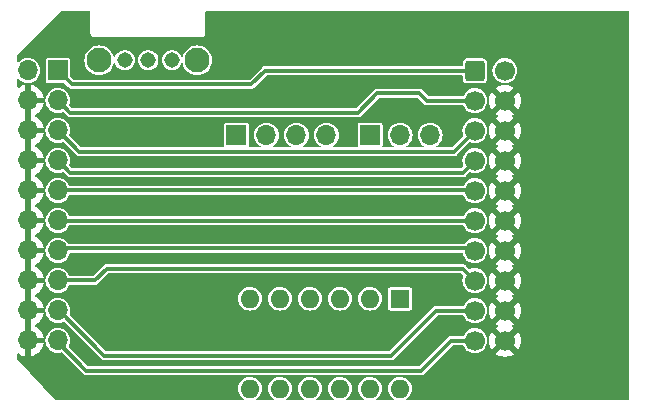
<source format=gbr>
%TF.GenerationSoftware,KiCad,Pcbnew,7.0.6*%
%TF.CreationDate,2024-02-05T23:01:20+08:00*%
%TF.ProjectId,jlink_power,6a6c696e-6b5f-4706-9f77-65722e6b6963,rev?*%
%TF.SameCoordinates,Original*%
%TF.FileFunction,Copper,L2,Bot*%
%TF.FilePolarity,Positive*%
%FSLAX46Y46*%
G04 Gerber Fmt 4.6, Leading zero omitted, Abs format (unit mm)*
G04 Created by KiCad (PCBNEW 7.0.6) date 2024-02-05 23:01:20*
%MOMM*%
%LPD*%
G01*
G04 APERTURE LIST*
G04 Aperture macros list*
%AMRoundRect*
0 Rectangle with rounded corners*
0 $1 Rounding radius*
0 $2 $3 $4 $5 $6 $7 $8 $9 X,Y pos of 4 corners*
0 Add a 4 corners polygon primitive as box body*
4,1,4,$2,$3,$4,$5,$6,$7,$8,$9,$2,$3,0*
0 Add four circle primitives for the rounded corners*
1,1,$1+$1,$2,$3*
1,1,$1+$1,$4,$5*
1,1,$1+$1,$6,$7*
1,1,$1+$1,$8,$9*
0 Add four rect primitives between the rounded corners*
20,1,$1+$1,$2,$3,$4,$5,0*
20,1,$1+$1,$4,$5,$6,$7,0*
20,1,$1+$1,$6,$7,$8,$9,0*
20,1,$1+$1,$8,$9,$2,$3,0*%
G04 Aperture macros list end*
%TA.AperFunction,ComponentPad*%
%ADD10O,1.700000X1.700000*%
%TD*%
%TA.AperFunction,ComponentPad*%
%ADD11R,1.700000X1.700000*%
%TD*%
%TA.AperFunction,ComponentPad*%
%ADD12C,1.700000*%
%TD*%
%TA.AperFunction,ComponentPad*%
%ADD13RoundRect,0.250000X-0.600000X-0.600000X0.600000X-0.600000X0.600000X0.600000X-0.600000X0.600000X0*%
%TD*%
%TA.AperFunction,ComponentPad*%
%ADD14C,2.100000*%
%TD*%
%TA.AperFunction,ComponentPad*%
%ADD15C,1.308000*%
%TD*%
%TA.AperFunction,ComponentPad*%
%ADD16R,1.600000X1.600000*%
%TD*%
%TA.AperFunction,ComponentPad*%
%ADD17O,1.600000X1.600000*%
%TD*%
%TA.AperFunction,ViaPad*%
%ADD18C,0.800000*%
%TD*%
%TA.AperFunction,Conductor*%
%ADD19C,0.342374*%
%TD*%
G04 APERTURE END LIST*
D10*
%TO.P,J4,3,Pin_3*%
%TO.N,/VTref*%
X85359000Y-76835000D03*
%TO.P,J4,2,Pin_2*%
%TO.N,/VCC*%
X82819000Y-76835000D03*
D11*
%TO.P,J4,1,Pin_1*%
%TO.N,unconnected-(J4-Pin_1-Pad1)*%
X80279000Y-76835000D03*
%TD*%
D12*
%TO.P,J2,20,Pin_20*%
%TO.N,GND*%
X91694000Y-94234000D03*
%TO.P,J2,19,Pin_19*%
%TO.N,/5V*%
X89154000Y-94234000D03*
%TO.P,J2,18,Pin_18*%
%TO.N,GND*%
X91694000Y-91694000D03*
%TO.P,J2,17,Pin_17*%
%TO.N,/DBGRQ*%
X89154000Y-91694000D03*
%TO.P,J2,16,Pin_16*%
%TO.N,GND*%
X91694000Y-89154000D03*
%TO.P,J2,15,Pin_15*%
%TO.N,/nSRST*%
X89154000Y-89154000D03*
%TO.P,J2,14,Pin_14*%
%TO.N,GND*%
X91694000Y-86614000D03*
%TO.P,J2,13,Pin_13*%
%TO.N,/TDO*%
X89154000Y-86614000D03*
%TO.P,J2,12,Pin_12*%
%TO.N,GND*%
X91694000Y-84074000D03*
%TO.P,J2,11,Pin_11*%
%TO.N,/RTCK*%
X89154000Y-84074000D03*
%TO.P,J2,10,Pin_10*%
%TO.N,GND*%
X91694000Y-81534000D03*
%TO.P,J2,9,Pin_9*%
%TO.N,/TCK*%
X89154000Y-81534000D03*
%TO.P,J2,8,Pin_8*%
%TO.N,GND*%
X91694000Y-78994000D03*
%TO.P,J2,7,Pin_7*%
%TO.N,/TMS*%
X89154000Y-78994000D03*
%TO.P,J2,6,Pin_6*%
%TO.N,GND*%
X91694000Y-76454000D03*
%TO.P,J2,5,Pin_5*%
%TO.N,/TDI*%
X89154000Y-76454000D03*
%TO.P,J2,4,Pin_4*%
%TO.N,GND*%
X91694000Y-73914000D03*
%TO.P,J2,3,Pin_3*%
%TO.N,/nTRST*%
X89154000Y-73914000D03*
%TO.P,J2,2,Pin_2*%
%TO.N,/VCC*%
X91694000Y-71374000D03*
D13*
%TO.P,J2,1,Pin_1*%
%TO.N,/VTref*%
X89154000Y-71374000D03*
%TD*%
D14*
%TO.P,U1,M2*%
%TO.N,N/C*%
X57350000Y-70485000D03*
%TO.P,U1,M1*%
X65650000Y-70485000D03*
D15*
%TO.P,U1,COM,COM*%
%TO.N,/5V_SW*%
X61500000Y-70485000D03*
%TO.P,U1,2,2*%
%TO.N,/5V*%
X59500000Y-70485000D03*
%TO.P,U1,1,1*%
%TO.N,unconnected-(U1-Pad1)*%
X63500000Y-70485000D03*
%TD*%
D16*
%TO.P,SW2,1*%
%TO.N,Net-(R1-Pad1)*%
X82804000Y-90678000D03*
D17*
%TO.P,SW2,2*%
%TO.N,Net-(R2-Pad1)*%
X80264000Y-90678000D03*
%TO.P,SW2,3*%
%TO.N,Net-(R3-Pad1)*%
X77724000Y-90678000D03*
%TO.P,SW2,4*%
%TO.N,Net-(R4-Pad1)*%
X75184000Y-90678000D03*
%TO.P,SW2,5*%
%TO.N,Net-(R5-Pad1)*%
X72644000Y-90678000D03*
%TO.P,SW2,6*%
%TO.N,/V_FB*%
X70104000Y-90678000D03*
%TO.P,SW2,7*%
%TO.N,/LDO_OUT*%
X70104000Y-98298000D03*
%TO.P,SW2,8*%
X72644000Y-98298000D03*
%TO.P,SW2,9*%
X75184000Y-98298000D03*
%TO.P,SW2,10*%
X77724000Y-98298000D03*
%TO.P,SW2,11*%
X80264000Y-98298000D03*
%TO.P,SW2,12*%
X82804000Y-98298000D03*
%TD*%
D10*
%TO.P,J3,4,Pin_4*%
%TO.N,unconnected-(J3-Pin_4-Pad4)*%
X76581000Y-76835000D03*
%TO.P,J3,3,Pin_3*%
%TO.N,/LDO_OUT*%
X74041000Y-76835000D03*
%TO.P,J3,2,Pin_2*%
%TO.N,/VCC*%
X71501000Y-76835000D03*
D11*
%TO.P,J3,1,Pin_1*%
%TO.N,/5V_SW*%
X68961000Y-76835000D03*
%TD*%
%TO.P,J1,1,Pin_1*%
%TO.N,/VTref*%
X53848000Y-71354000D03*
D10*
%TO.P,J1,2,Pin_2*%
%TO.N,/NC*%
X51308000Y-71354000D03*
%TO.P,J1,3,Pin_3*%
%TO.N,/nTRST*%
X53848000Y-73894000D03*
%TO.P,J1,4,Pin_4*%
%TO.N,GND*%
X51308000Y-73894000D03*
%TO.P,J1,5,Pin_5*%
%TO.N,/TDI*%
X53848000Y-76434000D03*
%TO.P,J1,6,Pin_6*%
%TO.N,GND*%
X51308000Y-76434000D03*
%TO.P,J1,7,Pin_7*%
%TO.N,/TMS*%
X53848000Y-78974000D03*
%TO.P,J1,8,Pin_8*%
%TO.N,GND*%
X51308000Y-78974000D03*
%TO.P,J1,9,Pin_9*%
%TO.N,/TCK*%
X53848000Y-81514000D03*
%TO.P,J1,10,Pin_10*%
%TO.N,GND*%
X51308000Y-81514000D03*
%TO.P,J1,11,Pin_11*%
%TO.N,/RTCK*%
X53848000Y-84054000D03*
%TO.P,J1,12,Pin_12*%
%TO.N,GND*%
X51308000Y-84054000D03*
%TO.P,J1,13,Pin_13*%
%TO.N,/TDO*%
X53848000Y-86594000D03*
%TO.P,J1,14,Pin_14*%
%TO.N,GND*%
X51308000Y-86594000D03*
%TO.P,J1,15,Pin_15*%
%TO.N,/nSRST*%
X53848000Y-89134000D03*
%TO.P,J1,16,Pin_16*%
%TO.N,GND*%
X51308000Y-89134000D03*
%TO.P,J1,17,Pin_17*%
%TO.N,/DBGRQ*%
X53848000Y-91674000D03*
%TO.P,J1,18,Pin_18*%
%TO.N,GND*%
X51308000Y-91674000D03*
%TO.P,J1,19,Pin_19*%
%TO.N,/5V*%
X53848000Y-94214000D03*
%TO.P,J1,20,Pin_20*%
%TO.N,GND*%
X51308000Y-94214000D03*
%TD*%
D18*
%TO.N,GND*%
X74168000Y-85217000D03*
X64516000Y-92710000D03*
X57023000Y-85344000D03*
X59055000Y-79121000D03*
X57277000Y-82804000D03*
%TD*%
D19*
%TO.N,/VTref*%
X71374000Y-71374000D02*
X89154000Y-71374000D01*
X70231000Y-72517000D02*
X71374000Y-71374000D01*
X55011000Y-72517000D02*
X70231000Y-72517000D01*
X53848000Y-71354000D02*
X55011000Y-72517000D01*
%TO.N,/nTRST*%
X85090000Y-73914000D02*
X89154000Y-73914000D01*
X84455000Y-73279000D02*
X85090000Y-73914000D01*
X80899000Y-73279000D02*
X84455000Y-73279000D01*
X79248000Y-74930000D02*
X80899000Y-73279000D01*
X54884000Y-74930000D02*
X79248000Y-74930000D01*
X53848000Y-73894000D02*
X54884000Y-74930000D01*
%TO.N,/TDI*%
X55646000Y-78232000D02*
X53848000Y-76434000D01*
X87376000Y-78232000D02*
X55646000Y-78232000D01*
%TO.N,/TCK*%
X89134000Y-81514000D02*
X89154000Y-81534000D01*
%TO.N,/RTCK*%
X89154000Y-84074000D02*
X53868000Y-84074000D01*
%TO.N,/TDO*%
X88963813Y-86423813D02*
X89154000Y-86614000D01*
X53848000Y-86594000D02*
X54018187Y-86423813D01*
%TO.N,/nSRST*%
X88138000Y-88138000D02*
X89154000Y-89154000D01*
%TO.N,/TCK*%
X53848000Y-81514000D02*
X89134000Y-81514000D01*
%TO.N,/nSRST*%
X56990624Y-89134000D02*
X57986624Y-88138000D01*
X53848000Y-89134000D02*
X56990624Y-89134000D01*
%TO.N,/DBGRQ*%
X82042000Y-95504000D02*
X85852000Y-91694000D01*
X53955000Y-91674000D02*
X57785000Y-95504000D01*
%TO.N,/5V*%
X56261000Y-96774000D02*
X84582000Y-96774000D01*
%TO.N,/TMS*%
X89154000Y-78994000D02*
X88138000Y-80010000D01*
%TO.N,/5V*%
X53848000Y-94361000D02*
X56261000Y-96774000D01*
X87122000Y-94234000D02*
X89154000Y-94234000D01*
X53848000Y-94214000D02*
X53848000Y-94361000D01*
%TO.N,/DBGRQ*%
X85852000Y-91694000D02*
X89154000Y-91694000D01*
X53848000Y-91674000D02*
X53955000Y-91674000D01*
%TO.N,/RTCK*%
X53868000Y-84074000D02*
X53848000Y-84054000D01*
%TO.N,/TMS*%
X54884000Y-80010000D02*
X53848000Y-78974000D01*
%TO.N,/TDO*%
X54018187Y-86423813D02*
X88963813Y-86423813D01*
%TO.N,/DBGRQ*%
X57785000Y-95504000D02*
X82042000Y-95504000D01*
%TO.N,/nSRST*%
X57986624Y-88138000D02*
X88138000Y-88138000D01*
%TO.N,/TMS*%
X88138000Y-80010000D02*
X54884000Y-80010000D01*
%TO.N,/TDI*%
X89154000Y-76454000D02*
X87376000Y-78232000D01*
%TO.N,/5V*%
X84582000Y-96774000D02*
X87122000Y-94234000D01*
%TD*%
%TA.AperFunction,Conductor*%
%TO.N,GND*%
G36*
X56577194Y-66358806D02*
G01*
X56595500Y-66403000D01*
X56595500Y-68148364D01*
X56593114Y-68165467D01*
X56591598Y-68170793D01*
X56592925Y-68185108D01*
X56595367Y-68211464D01*
X56595500Y-68214333D01*
X56595500Y-68226846D01*
X56597797Y-68239138D01*
X56598196Y-68241996D01*
X56601964Y-68282657D01*
X56601966Y-68282663D01*
X56604435Y-68287623D01*
X56609920Y-68303986D01*
X56610938Y-68309431D01*
X56610940Y-68309435D01*
X56632434Y-68344150D01*
X56633837Y-68346668D01*
X56635442Y-68349890D01*
X56642000Y-68377760D01*
X56642000Y-68453000D01*
X56708114Y-68453000D01*
X56730695Y-68457222D01*
X56740234Y-68460918D01*
X56755315Y-68469318D01*
X56757718Y-68471132D01*
X56759736Y-68472656D01*
X56799026Y-68483834D01*
X56801717Y-68484735D01*
X56827520Y-68494732D01*
X56839825Y-68499500D01*
X56839827Y-68499500D01*
X56845365Y-68499500D01*
X56862467Y-68501885D01*
X56867793Y-68503401D01*
X56908464Y-68499632D01*
X56911334Y-68499500D01*
X65989365Y-68499500D01*
X66006467Y-68501885D01*
X66011793Y-68503401D01*
X66052464Y-68499632D01*
X66055334Y-68499500D01*
X66067842Y-68499500D01*
X66067844Y-68499500D01*
X66080138Y-68497201D01*
X66082985Y-68496803D01*
X66123660Y-68493035D01*
X66128618Y-68490565D01*
X66144993Y-68485078D01*
X66146768Y-68484746D01*
X66150433Y-68484061D01*
X66185168Y-68462552D01*
X66187654Y-68461168D01*
X66190913Y-68459545D01*
X66218758Y-68453000D01*
X66294000Y-68453000D01*
X66294000Y-68386887D01*
X66298218Y-68364315D01*
X66299914Y-68359934D01*
X66299916Y-68359933D01*
X66301917Y-68354765D01*
X66310318Y-68339683D01*
X66313656Y-68335264D01*
X66324830Y-68295986D01*
X66325746Y-68293255D01*
X66327928Y-68287623D01*
X66340500Y-68255173D01*
X66340500Y-68249636D01*
X66342886Y-68232532D01*
X66344401Y-68227206D01*
X66343074Y-68212891D01*
X66340632Y-68186535D01*
X66340500Y-68183666D01*
X66340500Y-66403000D01*
X66358806Y-66358806D01*
X66403000Y-66340500D01*
X102126000Y-66340500D01*
X102170194Y-66358806D01*
X102188500Y-66403000D01*
X102188500Y-99205000D01*
X102170194Y-99249194D01*
X102126000Y-99267500D01*
X83362123Y-99267500D01*
X83317929Y-99249194D01*
X83299623Y-99205000D01*
X83317929Y-99160806D01*
X83332661Y-99149880D01*
X83362532Y-99133913D01*
X83362538Y-99133910D01*
X83514883Y-99008883D01*
X83639910Y-98856538D01*
X83732814Y-98682727D01*
X83790024Y-98494132D01*
X83809341Y-98298000D01*
X83790024Y-98101868D01*
X83732814Y-97913273D01*
X83639910Y-97739462D01*
X83514883Y-97587117D01*
X83362538Y-97462090D01*
X83362532Y-97462086D01*
X83253018Y-97403550D01*
X83188727Y-97369186D01*
X83068184Y-97332619D01*
X83000130Y-97311975D01*
X82804000Y-97292659D01*
X82607869Y-97311975D01*
X82487325Y-97348542D01*
X82419273Y-97369186D01*
X82419271Y-97369186D01*
X82419271Y-97369187D01*
X82245467Y-97462086D01*
X82245461Y-97462090D01*
X82093117Y-97587117D01*
X81968090Y-97739461D01*
X81968086Y-97739467D01*
X81875187Y-97913271D01*
X81817975Y-98101869D01*
X81798659Y-98297999D01*
X81798659Y-98298000D01*
X81817975Y-98494130D01*
X81817976Y-98494132D01*
X81875186Y-98682727D01*
X81875187Y-98682728D01*
X81968086Y-98856532D01*
X81968090Y-98856538D01*
X82093117Y-99008883D01*
X82245462Y-99133910D01*
X82245464Y-99133911D01*
X82245467Y-99133913D01*
X82275339Y-99149880D01*
X82305686Y-99186857D01*
X82300997Y-99234462D01*
X82264020Y-99264809D01*
X82245877Y-99267500D01*
X80822123Y-99267500D01*
X80777929Y-99249194D01*
X80759623Y-99205000D01*
X80777929Y-99160806D01*
X80792661Y-99149880D01*
X80822532Y-99133913D01*
X80822538Y-99133910D01*
X80974883Y-99008883D01*
X81099910Y-98856538D01*
X81192814Y-98682727D01*
X81250024Y-98494132D01*
X81269341Y-98298000D01*
X81250024Y-98101868D01*
X81192814Y-97913273D01*
X81099910Y-97739462D01*
X80974883Y-97587117D01*
X80822538Y-97462090D01*
X80822532Y-97462086D01*
X80713018Y-97403550D01*
X80648727Y-97369186D01*
X80528184Y-97332619D01*
X80460130Y-97311975D01*
X80264000Y-97292659D01*
X80067869Y-97311975D01*
X79947325Y-97348542D01*
X79879273Y-97369186D01*
X79879271Y-97369186D01*
X79879271Y-97369187D01*
X79705467Y-97462086D01*
X79705461Y-97462090D01*
X79553117Y-97587117D01*
X79428090Y-97739461D01*
X79428086Y-97739467D01*
X79335187Y-97913271D01*
X79277975Y-98101869D01*
X79258659Y-98297999D01*
X79258659Y-98298000D01*
X79277975Y-98494130D01*
X79277976Y-98494132D01*
X79335186Y-98682727D01*
X79335187Y-98682728D01*
X79428086Y-98856532D01*
X79428090Y-98856538D01*
X79553117Y-99008883D01*
X79705462Y-99133910D01*
X79705464Y-99133911D01*
X79705467Y-99133913D01*
X79735339Y-99149880D01*
X79765686Y-99186857D01*
X79760997Y-99234462D01*
X79724020Y-99264809D01*
X79705877Y-99267500D01*
X78282123Y-99267500D01*
X78237929Y-99249194D01*
X78219623Y-99205000D01*
X78237929Y-99160806D01*
X78252661Y-99149880D01*
X78282532Y-99133913D01*
X78282538Y-99133910D01*
X78434883Y-99008883D01*
X78559910Y-98856538D01*
X78652814Y-98682727D01*
X78710024Y-98494132D01*
X78729341Y-98298000D01*
X78710024Y-98101868D01*
X78652814Y-97913273D01*
X78559910Y-97739462D01*
X78434883Y-97587117D01*
X78282538Y-97462090D01*
X78282532Y-97462086D01*
X78173018Y-97403550D01*
X78108727Y-97369186D01*
X77988184Y-97332619D01*
X77920130Y-97311975D01*
X77724000Y-97292659D01*
X77527869Y-97311975D01*
X77407325Y-97348542D01*
X77339273Y-97369186D01*
X77339271Y-97369186D01*
X77339271Y-97369187D01*
X77165467Y-97462086D01*
X77165461Y-97462090D01*
X77013117Y-97587117D01*
X76888090Y-97739461D01*
X76888086Y-97739467D01*
X76795187Y-97913271D01*
X76737975Y-98101869D01*
X76718659Y-98297999D01*
X76718659Y-98298000D01*
X76737975Y-98494130D01*
X76737976Y-98494132D01*
X76795186Y-98682727D01*
X76795187Y-98682728D01*
X76888086Y-98856532D01*
X76888090Y-98856538D01*
X77013117Y-99008883D01*
X77165462Y-99133910D01*
X77165464Y-99133911D01*
X77165467Y-99133913D01*
X77195339Y-99149880D01*
X77225686Y-99186857D01*
X77220997Y-99234462D01*
X77184020Y-99264809D01*
X77165877Y-99267500D01*
X75742123Y-99267500D01*
X75697929Y-99249194D01*
X75679623Y-99205000D01*
X75697929Y-99160806D01*
X75712661Y-99149880D01*
X75742532Y-99133913D01*
X75742538Y-99133910D01*
X75894883Y-99008883D01*
X76019910Y-98856538D01*
X76112814Y-98682727D01*
X76170024Y-98494132D01*
X76189341Y-98298000D01*
X76170024Y-98101868D01*
X76112814Y-97913273D01*
X76019910Y-97739462D01*
X75894883Y-97587117D01*
X75742538Y-97462090D01*
X75742532Y-97462086D01*
X75633018Y-97403550D01*
X75568727Y-97369186D01*
X75448184Y-97332619D01*
X75380130Y-97311975D01*
X75184000Y-97292659D01*
X74987869Y-97311975D01*
X74867325Y-97348542D01*
X74799273Y-97369186D01*
X74799271Y-97369186D01*
X74799271Y-97369187D01*
X74625467Y-97462086D01*
X74625461Y-97462090D01*
X74473117Y-97587117D01*
X74348090Y-97739461D01*
X74348086Y-97739467D01*
X74255187Y-97913271D01*
X74197975Y-98101869D01*
X74178659Y-98297999D01*
X74178659Y-98298000D01*
X74197975Y-98494130D01*
X74197976Y-98494132D01*
X74255186Y-98682727D01*
X74255187Y-98682728D01*
X74348086Y-98856532D01*
X74348090Y-98856538D01*
X74473117Y-99008883D01*
X74625462Y-99133910D01*
X74625464Y-99133911D01*
X74625467Y-99133913D01*
X74655339Y-99149880D01*
X74685686Y-99186857D01*
X74680997Y-99234462D01*
X74644020Y-99264809D01*
X74625877Y-99267500D01*
X73202123Y-99267500D01*
X73157929Y-99249194D01*
X73139623Y-99205000D01*
X73157929Y-99160806D01*
X73172661Y-99149880D01*
X73202532Y-99133913D01*
X73202538Y-99133910D01*
X73354883Y-99008883D01*
X73479910Y-98856538D01*
X73572814Y-98682727D01*
X73630024Y-98494132D01*
X73649341Y-98298000D01*
X73630024Y-98101868D01*
X73572814Y-97913273D01*
X73479910Y-97739462D01*
X73354883Y-97587117D01*
X73202538Y-97462090D01*
X73202532Y-97462086D01*
X73093018Y-97403550D01*
X73028727Y-97369186D01*
X72908184Y-97332619D01*
X72840130Y-97311975D01*
X72644000Y-97292659D01*
X72447869Y-97311975D01*
X72327325Y-97348542D01*
X72259273Y-97369186D01*
X72259271Y-97369186D01*
X72259271Y-97369187D01*
X72085467Y-97462086D01*
X72085461Y-97462090D01*
X71933117Y-97587117D01*
X71808090Y-97739461D01*
X71808086Y-97739467D01*
X71715187Y-97913271D01*
X71657975Y-98101869D01*
X71638659Y-98297999D01*
X71638659Y-98298000D01*
X71657975Y-98494130D01*
X71657976Y-98494132D01*
X71715186Y-98682727D01*
X71715187Y-98682728D01*
X71808086Y-98856532D01*
X71808090Y-98856538D01*
X71933117Y-99008883D01*
X72085462Y-99133910D01*
X72085464Y-99133911D01*
X72085467Y-99133913D01*
X72115339Y-99149880D01*
X72145686Y-99186857D01*
X72140997Y-99234462D01*
X72104020Y-99264809D01*
X72085877Y-99267500D01*
X70662123Y-99267500D01*
X70617929Y-99249194D01*
X70599623Y-99205000D01*
X70617929Y-99160806D01*
X70632661Y-99149880D01*
X70662532Y-99133913D01*
X70662538Y-99133910D01*
X70814883Y-99008883D01*
X70939910Y-98856538D01*
X71032814Y-98682727D01*
X71090024Y-98494132D01*
X71109341Y-98298000D01*
X71090024Y-98101868D01*
X71032814Y-97913273D01*
X70939910Y-97739462D01*
X70814883Y-97587117D01*
X70662538Y-97462090D01*
X70662532Y-97462086D01*
X70553018Y-97403550D01*
X70488727Y-97369186D01*
X70368184Y-97332619D01*
X70300130Y-97311975D01*
X70104000Y-97292659D01*
X69907869Y-97311975D01*
X69787325Y-97348542D01*
X69719273Y-97369186D01*
X69719271Y-97369186D01*
X69719271Y-97369187D01*
X69545467Y-97462086D01*
X69545461Y-97462090D01*
X69393117Y-97587117D01*
X69268090Y-97739461D01*
X69268086Y-97739467D01*
X69175187Y-97913271D01*
X69117975Y-98101869D01*
X69098659Y-98297999D01*
X69098659Y-98298000D01*
X69117975Y-98494130D01*
X69117976Y-98494132D01*
X69175186Y-98682727D01*
X69175187Y-98682728D01*
X69268086Y-98856532D01*
X69268090Y-98856538D01*
X69393117Y-99008883D01*
X69545462Y-99133910D01*
X69545464Y-99133911D01*
X69545467Y-99133913D01*
X69575339Y-99149880D01*
X69605686Y-99186857D01*
X69600997Y-99234462D01*
X69564020Y-99264809D01*
X69545877Y-99267500D01*
X53744360Y-99267500D01*
X53700166Y-99249194D01*
X52577727Y-98126755D01*
X50436480Y-95903152D01*
X50419000Y-95859799D01*
X50419000Y-95359622D01*
X50437306Y-95315428D01*
X50481500Y-95297122D01*
X50517349Y-95308425D01*
X50630426Y-95387603D01*
X50844503Y-95487428D01*
X50844519Y-95487434D01*
X51057997Y-95544635D01*
X51057999Y-95544634D01*
X51057999Y-94649501D01*
X51165685Y-94698680D01*
X51272237Y-94714000D01*
X51343763Y-94714000D01*
X51450315Y-94698680D01*
X51558000Y-94649501D01*
X51558000Y-95544634D01*
X51558001Y-95544635D01*
X51771480Y-95487434D01*
X51771496Y-95487428D01*
X51985573Y-95387603D01*
X52179081Y-95252107D01*
X52346107Y-95085081D01*
X52481601Y-94891575D01*
X52581431Y-94677489D01*
X52581432Y-94677487D01*
X52638636Y-94464001D01*
X52638636Y-94464000D01*
X51741686Y-94464000D01*
X51767493Y-94423844D01*
X51808000Y-94285889D01*
X51808000Y-94214000D01*
X52792417Y-94214000D01*
X52812699Y-94419930D01*
X52812700Y-94419935D01*
X52872766Y-94617949D01*
X52872768Y-94617954D01*
X52970311Y-94800444D01*
X52970319Y-94800455D01*
X53101588Y-94960408D01*
X53101591Y-94960411D01*
X53144193Y-94995373D01*
X53261550Y-95091685D01*
X53261553Y-95091686D01*
X53261555Y-95091688D01*
X53303311Y-95114007D01*
X53444046Y-95189232D01*
X53642066Y-95249300D01*
X53848000Y-95269583D01*
X54053934Y-95249300D01*
X54138331Y-95223698D01*
X54185936Y-95228387D01*
X54200668Y-95239313D01*
X55966338Y-97004983D01*
X55974463Y-97014987D01*
X55983760Y-97029217D01*
X56012966Y-97051949D01*
X56015854Y-97054499D01*
X56019954Y-97058599D01*
X56038772Y-97072034D01*
X56061810Y-97089966D01*
X56081645Y-97105405D01*
X56081647Y-97105406D01*
X56081651Y-97105409D01*
X56081654Y-97105410D01*
X56086204Y-97107872D01*
X56086169Y-97107935D01*
X56090815Y-97110326D01*
X56090847Y-97110263D01*
X56095495Y-97112535D01*
X56095497Y-97112535D01*
X56095499Y-97112537D01*
X56147569Y-97128039D01*
X56198976Y-97145687D01*
X56198979Y-97145687D01*
X56204086Y-97146540D01*
X56204074Y-97146609D01*
X56209239Y-97147362D01*
X56209248Y-97147292D01*
X56214384Y-97147932D01*
X56214388Y-97147931D01*
X56214389Y-97147932D01*
X56268660Y-97145687D01*
X84536971Y-97145687D01*
X84549796Y-97147016D01*
X84566427Y-97150504D01*
X84566428Y-97150503D01*
X84566429Y-97150504D01*
X84591633Y-97147362D01*
X84603147Y-97145926D01*
X84607014Y-97145687D01*
X84612791Y-97145687D01*
X84612797Y-97145687D01*
X84635609Y-97141880D01*
X84689523Y-97135160D01*
X84689531Y-97135155D01*
X84694489Y-97133681D01*
X84694509Y-97133751D01*
X84699476Y-97132159D01*
X84699453Y-97132091D01*
X84704345Y-97130410D01*
X84704355Y-97130409D01*
X84752143Y-97104547D01*
X84800965Y-97080680D01*
X84800969Y-97080675D01*
X84805180Y-97077670D01*
X84805222Y-97077730D01*
X84809407Y-97074610D01*
X84809362Y-97074552D01*
X84813449Y-97071370D01*
X84813448Y-97071370D01*
X84813451Y-97071369D01*
X84850243Y-97031401D01*
X87257651Y-94623993D01*
X87301846Y-94605687D01*
X88124060Y-94605687D01*
X88168254Y-94623993D01*
X88179180Y-94638725D01*
X88276311Y-94820444D01*
X88276319Y-94820455D01*
X88407588Y-94980408D01*
X88407591Y-94980411D01*
X88519951Y-95072622D01*
X88567550Y-95111685D01*
X88567553Y-95111686D01*
X88567555Y-95111688D01*
X88571894Y-95114007D01*
X88750046Y-95209232D01*
X88948066Y-95269300D01*
X89154000Y-95289583D01*
X89359934Y-95269300D01*
X89557954Y-95209232D01*
X89740450Y-95111685D01*
X89900410Y-94980410D01*
X90031685Y-94820450D01*
X90129232Y-94637954D01*
X90189300Y-94439934D01*
X90209583Y-94234002D01*
X90338843Y-94234002D01*
X90359430Y-94469317D01*
X90359433Y-94469333D01*
X90420567Y-94697487D01*
X90420568Y-94697489D01*
X90520399Y-94911578D01*
X90579072Y-94995372D01*
X90579072Y-94995373D01*
X91210922Y-94363522D01*
X91234507Y-94443844D01*
X91312239Y-94564798D01*
X91420900Y-94658952D01*
X91551685Y-94718680D01*
X91561466Y-94720086D01*
X90932625Y-95348926D01*
X91016422Y-95407600D01*
X91016420Y-95407600D01*
X91230510Y-95507431D01*
X91230512Y-95507432D01*
X91458666Y-95568566D01*
X91458682Y-95568569D01*
X91693998Y-95589157D01*
X91694002Y-95589157D01*
X91929317Y-95568569D01*
X91929333Y-95568566D01*
X92157487Y-95507432D01*
X92157489Y-95507431D01*
X92371575Y-95407601D01*
X92455372Y-95348925D01*
X91826533Y-94720086D01*
X91836315Y-94718680D01*
X91967100Y-94658952D01*
X92075761Y-94564798D01*
X92153493Y-94443844D01*
X92177076Y-94363523D01*
X92808925Y-94995372D01*
X92867601Y-94911575D01*
X92967431Y-94697489D01*
X92967432Y-94697487D01*
X93028566Y-94469333D01*
X93028569Y-94469317D01*
X93049157Y-94234002D01*
X93049157Y-94233997D01*
X93028569Y-93998682D01*
X93028566Y-93998666D01*
X92967432Y-93770512D01*
X92967431Y-93770510D01*
X92867600Y-93556422D01*
X92808926Y-93472625D01*
X92177076Y-94104475D01*
X92153493Y-94024156D01*
X92075761Y-93903202D01*
X91967100Y-93809048D01*
X91836315Y-93749320D01*
X91826531Y-93747913D01*
X92455373Y-93119072D01*
X92371577Y-93060399D01*
X92371575Y-93060397D01*
X92286322Y-93020644D01*
X92254004Y-92985377D01*
X92256091Y-92937587D01*
X92286322Y-92907356D01*
X92371573Y-92867603D01*
X92455373Y-92808925D01*
X91826533Y-92180086D01*
X91836315Y-92178680D01*
X91967100Y-92118952D01*
X92075761Y-92024798D01*
X92153493Y-91903844D01*
X92177076Y-91823523D01*
X92808925Y-92455372D01*
X92867601Y-92371575D01*
X92967431Y-92157489D01*
X92967432Y-92157487D01*
X93028566Y-91929333D01*
X93028569Y-91929317D01*
X93049157Y-91694002D01*
X93049157Y-91693997D01*
X93028569Y-91458682D01*
X93028566Y-91458666D01*
X92967432Y-91230512D01*
X92967431Y-91230510D01*
X92867600Y-91016422D01*
X92808926Y-90932625D01*
X92177076Y-91564475D01*
X92153493Y-91484156D01*
X92075761Y-91363202D01*
X91967100Y-91269048D01*
X91836315Y-91209320D01*
X91826531Y-91207913D01*
X92455373Y-90579072D01*
X92371577Y-90520399D01*
X92371575Y-90520397D01*
X92286322Y-90480644D01*
X92254004Y-90445377D01*
X92256091Y-90397587D01*
X92286322Y-90367356D01*
X92371573Y-90327603D01*
X92455372Y-90268925D01*
X91826533Y-89640086D01*
X91836315Y-89638680D01*
X91967100Y-89578952D01*
X92075761Y-89484798D01*
X92153493Y-89363844D01*
X92177076Y-89283523D01*
X92808925Y-89915372D01*
X92867601Y-89831575D01*
X92967431Y-89617489D01*
X92967432Y-89617487D01*
X93028566Y-89389333D01*
X93028569Y-89389317D01*
X93049157Y-89154002D01*
X93049157Y-89153997D01*
X93028569Y-88918682D01*
X93028566Y-88918666D01*
X92967432Y-88690512D01*
X92967431Y-88690510D01*
X92867600Y-88476422D01*
X92808926Y-88392625D01*
X92177076Y-89024475D01*
X92153493Y-88944156D01*
X92075761Y-88823202D01*
X91967100Y-88729048D01*
X91836315Y-88669320D01*
X91826531Y-88667913D01*
X92455373Y-88039072D01*
X92371577Y-87980399D01*
X92371575Y-87980397D01*
X92286322Y-87940644D01*
X92254004Y-87905377D01*
X92256091Y-87857587D01*
X92286322Y-87827356D01*
X92371573Y-87787603D01*
X92455372Y-87728925D01*
X91826533Y-87100086D01*
X91836315Y-87098680D01*
X91967100Y-87038952D01*
X92075761Y-86944798D01*
X92153493Y-86823844D01*
X92177076Y-86743523D01*
X92808925Y-87375372D01*
X92867601Y-87291575D01*
X92967431Y-87077489D01*
X92967432Y-87077487D01*
X93028566Y-86849333D01*
X93028569Y-86849317D01*
X93049157Y-86614002D01*
X93049157Y-86613997D01*
X93028569Y-86378682D01*
X93028566Y-86378666D01*
X92967432Y-86150512D01*
X92967431Y-86150510D01*
X92867600Y-85936422D01*
X92808926Y-85852625D01*
X92177076Y-86484475D01*
X92153493Y-86404156D01*
X92075761Y-86283202D01*
X91967100Y-86189048D01*
X91836315Y-86129320D01*
X91826531Y-86127913D01*
X92455373Y-85499072D01*
X92371577Y-85440399D01*
X92371575Y-85440397D01*
X92286322Y-85400644D01*
X92254004Y-85365377D01*
X92256091Y-85317587D01*
X92286322Y-85287356D01*
X92371573Y-85247603D01*
X92455372Y-85188925D01*
X91826533Y-84560086D01*
X91836315Y-84558680D01*
X91967100Y-84498952D01*
X92075761Y-84404798D01*
X92153493Y-84283844D01*
X92177076Y-84203523D01*
X92808925Y-84835372D01*
X92867601Y-84751575D01*
X92967431Y-84537489D01*
X92967432Y-84537487D01*
X93028566Y-84309333D01*
X93028569Y-84309317D01*
X93049157Y-84074002D01*
X93049157Y-84073997D01*
X93028569Y-83838682D01*
X93028566Y-83838666D01*
X92967432Y-83610512D01*
X92967431Y-83610510D01*
X92867600Y-83396422D01*
X92808926Y-83312625D01*
X92177076Y-83944475D01*
X92153493Y-83864156D01*
X92075761Y-83743202D01*
X91967100Y-83649048D01*
X91836315Y-83589320D01*
X91826531Y-83587913D01*
X92455373Y-82959072D01*
X92371577Y-82900399D01*
X92371575Y-82900397D01*
X92286322Y-82860644D01*
X92254004Y-82825377D01*
X92256091Y-82777587D01*
X92286322Y-82747356D01*
X92371573Y-82707603D01*
X92455372Y-82648925D01*
X91826533Y-82020086D01*
X91836315Y-82018680D01*
X91967100Y-81958952D01*
X92075761Y-81864798D01*
X92153493Y-81743844D01*
X92177076Y-81663523D01*
X92808925Y-82295372D01*
X92867601Y-82211575D01*
X92967431Y-81997489D01*
X92967432Y-81997487D01*
X93028566Y-81769333D01*
X93028569Y-81769317D01*
X93049157Y-81534002D01*
X93049157Y-81533997D01*
X93028569Y-81298682D01*
X93028566Y-81298666D01*
X92967432Y-81070512D01*
X92967431Y-81070510D01*
X92867600Y-80856422D01*
X92808926Y-80772625D01*
X92177076Y-81404475D01*
X92153493Y-81324156D01*
X92075761Y-81203202D01*
X91967100Y-81109048D01*
X91836315Y-81049320D01*
X91826531Y-81047913D01*
X92455373Y-80419072D01*
X92371577Y-80360399D01*
X92371575Y-80360397D01*
X92286322Y-80320644D01*
X92254004Y-80285377D01*
X92256091Y-80237587D01*
X92286322Y-80207356D01*
X92371573Y-80167603D01*
X92455372Y-80108925D01*
X91826533Y-79480086D01*
X91836315Y-79478680D01*
X91967100Y-79418952D01*
X92075761Y-79324798D01*
X92153493Y-79203844D01*
X92177076Y-79123523D01*
X92808925Y-79755372D01*
X92867601Y-79671575D01*
X92967431Y-79457489D01*
X92967432Y-79457487D01*
X93028566Y-79229333D01*
X93028569Y-79229317D01*
X93049157Y-78994002D01*
X93049157Y-78993997D01*
X93028569Y-78758682D01*
X93028566Y-78758666D01*
X92967432Y-78530512D01*
X92967431Y-78530510D01*
X92867600Y-78316422D01*
X92808926Y-78232625D01*
X92177076Y-78864475D01*
X92153493Y-78784156D01*
X92075761Y-78663202D01*
X91967100Y-78569048D01*
X91836315Y-78509320D01*
X91826531Y-78507913D01*
X92455373Y-77879072D01*
X92371577Y-77820399D01*
X92371575Y-77820397D01*
X92286322Y-77780644D01*
X92254004Y-77745377D01*
X92256091Y-77697587D01*
X92286322Y-77667356D01*
X92371573Y-77627603D01*
X92455372Y-77568925D01*
X91826533Y-76940086D01*
X91836315Y-76938680D01*
X91967100Y-76878952D01*
X92075761Y-76784798D01*
X92153493Y-76663844D01*
X92177076Y-76583523D01*
X92808925Y-77215372D01*
X92867601Y-77131575D01*
X92967431Y-76917489D01*
X92967432Y-76917487D01*
X93028566Y-76689333D01*
X93028569Y-76689317D01*
X93049157Y-76454002D01*
X93049157Y-76453997D01*
X93028569Y-76218682D01*
X93028566Y-76218666D01*
X92967432Y-75990512D01*
X92967431Y-75990510D01*
X92867600Y-75776422D01*
X92808926Y-75692625D01*
X92177076Y-76324475D01*
X92153493Y-76244156D01*
X92075761Y-76123202D01*
X91967100Y-76029048D01*
X91836315Y-75969320D01*
X91826531Y-75967913D01*
X92455373Y-75339072D01*
X92371577Y-75280399D01*
X92371575Y-75280397D01*
X92286322Y-75240644D01*
X92254004Y-75205377D01*
X92256091Y-75157587D01*
X92286322Y-75127356D01*
X92371573Y-75087603D01*
X92455372Y-75028925D01*
X91826533Y-74400086D01*
X91836315Y-74398680D01*
X91967100Y-74338952D01*
X92075761Y-74244798D01*
X92153493Y-74123844D01*
X92177076Y-74043523D01*
X92808925Y-74675372D01*
X92867601Y-74591575D01*
X92967431Y-74377489D01*
X92967432Y-74377487D01*
X93028566Y-74149333D01*
X93028569Y-74149317D01*
X93049157Y-73914002D01*
X93049157Y-73913997D01*
X93028569Y-73678682D01*
X93028566Y-73678666D01*
X92967432Y-73450512D01*
X92967431Y-73450510D01*
X92867600Y-73236422D01*
X92808926Y-73152625D01*
X92177076Y-73784475D01*
X92153493Y-73704156D01*
X92075761Y-73583202D01*
X91967100Y-73489048D01*
X91836315Y-73429320D01*
X91826531Y-73427913D01*
X92455373Y-72799072D01*
X92371577Y-72740399D01*
X92371579Y-72740399D01*
X92157489Y-72640568D01*
X92157487Y-72640567D01*
X91929333Y-72579433D01*
X91929317Y-72579430D01*
X91694002Y-72558843D01*
X91693998Y-72558843D01*
X91458682Y-72579430D01*
X91458666Y-72579433D01*
X91230512Y-72640567D01*
X91230510Y-72640568D01*
X91016426Y-72740397D01*
X90932626Y-72799073D01*
X91561466Y-73427913D01*
X91551685Y-73429320D01*
X91420900Y-73489048D01*
X91312239Y-73583202D01*
X91234507Y-73704156D01*
X91210923Y-73784476D01*
X90579073Y-73152626D01*
X90520397Y-73236426D01*
X90420568Y-73450510D01*
X90420567Y-73450512D01*
X90359433Y-73678666D01*
X90359430Y-73678682D01*
X90338843Y-73913997D01*
X90338843Y-73914002D01*
X90359430Y-74149317D01*
X90359433Y-74149333D01*
X90420567Y-74377487D01*
X90420568Y-74377489D01*
X90520399Y-74591578D01*
X90579072Y-74675372D01*
X90579072Y-74675373D01*
X91210922Y-74043522D01*
X91234507Y-74123844D01*
X91312239Y-74244798D01*
X91420900Y-74338952D01*
X91551685Y-74398680D01*
X91561466Y-74400086D01*
X90932625Y-75028926D01*
X91016422Y-75087600D01*
X91016420Y-75087600D01*
X91101677Y-75127356D01*
X91133994Y-75162624D01*
X91131907Y-75210414D01*
X91101677Y-75240644D01*
X91016426Y-75280397D01*
X90932626Y-75339073D01*
X91561466Y-75967913D01*
X91551685Y-75969320D01*
X91420900Y-76029048D01*
X91312239Y-76123202D01*
X91234507Y-76244156D01*
X91210923Y-76324476D01*
X90579073Y-75692626D01*
X90520397Y-75776426D01*
X90420568Y-75990510D01*
X90420567Y-75990512D01*
X90359433Y-76218666D01*
X90359430Y-76218682D01*
X90338843Y-76453997D01*
X90338843Y-76454002D01*
X90359430Y-76689317D01*
X90359433Y-76689333D01*
X90420567Y-76917487D01*
X90420568Y-76917489D01*
X90520399Y-77131578D01*
X90579072Y-77215372D01*
X90579072Y-77215373D01*
X91210922Y-76583522D01*
X91234507Y-76663844D01*
X91312239Y-76784798D01*
X91420900Y-76878952D01*
X91551685Y-76938680D01*
X91561466Y-76940086D01*
X90932625Y-77568926D01*
X91016422Y-77627600D01*
X91016420Y-77627600D01*
X91101677Y-77667356D01*
X91133994Y-77702624D01*
X91131907Y-77750414D01*
X91101677Y-77780644D01*
X91016426Y-77820397D01*
X90932626Y-77879073D01*
X91561466Y-78507913D01*
X91551685Y-78509320D01*
X91420900Y-78569048D01*
X91312239Y-78663202D01*
X91234507Y-78784156D01*
X91210923Y-78864476D01*
X90579073Y-78232626D01*
X90520397Y-78316426D01*
X90420568Y-78530510D01*
X90420567Y-78530512D01*
X90359433Y-78758666D01*
X90359430Y-78758682D01*
X90338843Y-78993997D01*
X90338843Y-78994002D01*
X90359430Y-79229317D01*
X90359433Y-79229333D01*
X90420567Y-79457487D01*
X90420568Y-79457489D01*
X90520399Y-79671578D01*
X90579072Y-79755372D01*
X90579072Y-79755373D01*
X91210922Y-79123522D01*
X91234507Y-79203844D01*
X91312239Y-79324798D01*
X91420900Y-79418952D01*
X91551685Y-79478680D01*
X91561466Y-79480086D01*
X90932625Y-80108926D01*
X91016422Y-80167600D01*
X91016420Y-80167600D01*
X91101677Y-80207356D01*
X91133994Y-80242624D01*
X91131907Y-80290414D01*
X91101677Y-80320644D01*
X91016426Y-80360397D01*
X90932626Y-80419073D01*
X91561466Y-81047913D01*
X91551685Y-81049320D01*
X91420900Y-81109048D01*
X91312239Y-81203202D01*
X91234507Y-81324156D01*
X91210923Y-81404476D01*
X90579073Y-80772626D01*
X90520397Y-80856426D01*
X90420568Y-81070510D01*
X90420567Y-81070512D01*
X90359433Y-81298666D01*
X90359430Y-81298682D01*
X90338843Y-81533997D01*
X90338843Y-81534002D01*
X90359430Y-81769317D01*
X90359433Y-81769333D01*
X90420567Y-81997487D01*
X90420568Y-81997489D01*
X90520399Y-82211578D01*
X90579072Y-82295372D01*
X90579072Y-82295373D01*
X91210922Y-81663522D01*
X91234507Y-81743844D01*
X91312239Y-81864798D01*
X91420900Y-81958952D01*
X91551685Y-82018680D01*
X91561466Y-82020086D01*
X90932625Y-82648926D01*
X91016422Y-82707600D01*
X91016420Y-82707600D01*
X91101677Y-82747356D01*
X91133994Y-82782624D01*
X91131907Y-82830414D01*
X91101677Y-82860644D01*
X91016426Y-82900397D01*
X90932626Y-82959073D01*
X91561466Y-83587913D01*
X91551685Y-83589320D01*
X91420900Y-83649048D01*
X91312239Y-83743202D01*
X91234507Y-83864156D01*
X91210923Y-83944476D01*
X90579073Y-83312626D01*
X90520397Y-83396426D01*
X90420568Y-83610510D01*
X90420567Y-83610512D01*
X90359433Y-83838666D01*
X90359430Y-83838682D01*
X90338843Y-84073997D01*
X90338843Y-84074002D01*
X90359430Y-84309317D01*
X90359433Y-84309333D01*
X90420567Y-84537487D01*
X90420568Y-84537489D01*
X90520399Y-84751578D01*
X90579072Y-84835372D01*
X90579072Y-84835373D01*
X91210922Y-84203522D01*
X91234507Y-84283844D01*
X91312239Y-84404798D01*
X91420900Y-84498952D01*
X91551685Y-84558680D01*
X91561466Y-84560086D01*
X90932625Y-85188926D01*
X91016422Y-85247600D01*
X91016420Y-85247600D01*
X91101677Y-85287356D01*
X91133994Y-85322624D01*
X91131907Y-85370414D01*
X91101677Y-85400644D01*
X91016426Y-85440397D01*
X90932626Y-85499073D01*
X91561466Y-86127913D01*
X91551685Y-86129320D01*
X91420900Y-86189048D01*
X91312239Y-86283202D01*
X91234507Y-86404156D01*
X91210923Y-86484476D01*
X90579073Y-85852626D01*
X90520397Y-85936426D01*
X90420568Y-86150510D01*
X90420567Y-86150512D01*
X90359433Y-86378666D01*
X90359430Y-86378682D01*
X90338843Y-86613997D01*
X90338843Y-86614002D01*
X90359430Y-86849317D01*
X90359433Y-86849333D01*
X90420567Y-87077487D01*
X90420568Y-87077489D01*
X90520399Y-87291578D01*
X90579072Y-87375372D01*
X90579072Y-87375373D01*
X91210922Y-86743522D01*
X91234507Y-86823844D01*
X91312239Y-86944798D01*
X91420900Y-87038952D01*
X91551685Y-87098680D01*
X91561466Y-87100086D01*
X90932625Y-87728926D01*
X91016422Y-87787600D01*
X91016420Y-87787600D01*
X91101677Y-87827356D01*
X91133994Y-87862624D01*
X91131907Y-87910414D01*
X91101677Y-87940644D01*
X91016426Y-87980397D01*
X90932626Y-88039073D01*
X91561466Y-88667913D01*
X91551685Y-88669320D01*
X91420900Y-88729048D01*
X91312239Y-88823202D01*
X91234507Y-88944156D01*
X91210923Y-89024476D01*
X90579073Y-88392626D01*
X90520397Y-88476426D01*
X90420568Y-88690510D01*
X90420567Y-88690512D01*
X90359433Y-88918666D01*
X90359430Y-88918682D01*
X90338843Y-89153997D01*
X90338843Y-89154002D01*
X90359430Y-89389317D01*
X90359433Y-89389333D01*
X90420567Y-89617487D01*
X90420568Y-89617489D01*
X90520399Y-89831578D01*
X90579072Y-89915372D01*
X90579072Y-89915373D01*
X91210922Y-89283522D01*
X91234507Y-89363844D01*
X91312239Y-89484798D01*
X91420900Y-89578952D01*
X91551685Y-89638680D01*
X91561466Y-89640086D01*
X90932625Y-90268926D01*
X91016422Y-90327600D01*
X91016420Y-90327600D01*
X91101677Y-90367356D01*
X91133994Y-90402624D01*
X91131907Y-90450414D01*
X91101677Y-90480644D01*
X91016426Y-90520397D01*
X90932626Y-90579073D01*
X91561466Y-91207913D01*
X91551685Y-91209320D01*
X91420900Y-91269048D01*
X91312239Y-91363202D01*
X91234507Y-91484156D01*
X91210923Y-91564476D01*
X90579073Y-90932626D01*
X90520397Y-91016426D01*
X90420568Y-91230510D01*
X90420567Y-91230512D01*
X90359433Y-91458666D01*
X90359430Y-91458682D01*
X90338843Y-91693997D01*
X90338843Y-91694002D01*
X90359430Y-91929317D01*
X90359433Y-91929333D01*
X90420567Y-92157487D01*
X90420568Y-92157489D01*
X90520399Y-92371578D01*
X90579072Y-92455372D01*
X90579072Y-92455373D01*
X91210922Y-91823522D01*
X91234507Y-91903844D01*
X91312239Y-92024798D01*
X91420900Y-92118952D01*
X91551685Y-92178680D01*
X91561466Y-92180086D01*
X90932625Y-92808926D01*
X91016422Y-92867600D01*
X91016420Y-92867600D01*
X91101677Y-92907356D01*
X91133994Y-92942624D01*
X91131907Y-92990414D01*
X91101677Y-93020644D01*
X91016426Y-93060397D01*
X90932626Y-93119073D01*
X91561466Y-93747913D01*
X91551685Y-93749320D01*
X91420900Y-93809048D01*
X91312239Y-93903202D01*
X91234507Y-94024156D01*
X91210923Y-94104476D01*
X90579073Y-93472626D01*
X90520397Y-93556426D01*
X90420568Y-93770510D01*
X90420567Y-93770512D01*
X90359433Y-93998666D01*
X90359430Y-93998682D01*
X90338843Y-94233997D01*
X90338843Y-94234002D01*
X90209583Y-94234002D01*
X90209583Y-94234000D01*
X90189300Y-94028066D01*
X90129232Y-93830046D01*
X90031685Y-93647550D01*
X89900410Y-93487590D01*
X89882176Y-93472626D01*
X89740455Y-93356319D01*
X89740453Y-93356318D01*
X89740450Y-93356315D01*
X89740448Y-93356313D01*
X89740444Y-93356311D01*
X89557954Y-93258768D01*
X89557949Y-93258766D01*
X89359935Y-93198700D01*
X89359930Y-93198699D01*
X89154000Y-93178417D01*
X88948069Y-93198699D01*
X88948064Y-93198700D01*
X88750050Y-93258766D01*
X88750045Y-93258768D01*
X88567555Y-93356311D01*
X88567544Y-93356319D01*
X88407591Y-93487588D01*
X88407588Y-93487591D01*
X88276319Y-93647544D01*
X88276311Y-93647555D01*
X88179180Y-93829275D01*
X88142203Y-93859622D01*
X88124060Y-93862313D01*
X87167028Y-93862313D01*
X87154202Y-93860983D01*
X87137572Y-93857496D01*
X87137569Y-93857495D01*
X87105557Y-93861486D01*
X87100851Y-93862073D01*
X87096985Y-93862313D01*
X87091203Y-93862313D01*
X87068390Y-93866119D01*
X87068391Y-93866119D01*
X87014479Y-93872839D01*
X87009520Y-93874316D01*
X87009500Y-93874249D01*
X87004516Y-93875845D01*
X87004539Y-93875911D01*
X86999642Y-93877591D01*
X86951856Y-93903452D01*
X86903035Y-93927319D01*
X86898820Y-93930329D01*
X86898780Y-93930273D01*
X86894588Y-93933399D01*
X86894631Y-93933454D01*
X86890548Y-93936631D01*
X86872152Y-93956614D01*
X86853756Y-93976598D01*
X85621124Y-95209231D01*
X84446348Y-96384007D01*
X84402154Y-96402313D01*
X56440846Y-96402313D01*
X56396652Y-96384007D01*
X54788909Y-94776264D01*
X54770603Y-94732070D01*
X54777983Y-94702607D01*
X54791410Y-94677487D01*
X54823232Y-94617954D01*
X54883300Y-94419934D01*
X54903583Y-94214000D01*
X54883300Y-94008066D01*
X54823232Y-93810046D01*
X54736378Y-93647555D01*
X54725688Y-93627555D01*
X54725686Y-93627553D01*
X54725685Y-93627550D01*
X54610824Y-93487591D01*
X54594411Y-93467591D01*
X54594408Y-93467588D01*
X54434455Y-93336319D01*
X54434453Y-93336318D01*
X54434450Y-93336315D01*
X54434448Y-93336313D01*
X54434444Y-93336311D01*
X54251954Y-93238768D01*
X54251949Y-93238766D01*
X54053935Y-93178700D01*
X54053930Y-93178699D01*
X53848000Y-93158417D01*
X53642069Y-93178699D01*
X53642064Y-93178700D01*
X53444050Y-93238766D01*
X53444045Y-93238768D01*
X53261555Y-93336311D01*
X53261544Y-93336319D01*
X53101591Y-93467588D01*
X53101588Y-93467591D01*
X52970319Y-93627544D01*
X52970311Y-93627555D01*
X52872768Y-93810045D01*
X52872766Y-93810050D01*
X52812700Y-94008064D01*
X52812699Y-94008069D01*
X52792417Y-94213999D01*
X52792417Y-94214000D01*
X51808000Y-94214000D01*
X51808000Y-94142111D01*
X51767493Y-94004156D01*
X51741686Y-93964000D01*
X52638636Y-93964000D01*
X52638636Y-93963998D01*
X52581432Y-93750512D01*
X52581431Y-93750510D01*
X52481600Y-93536422D01*
X52346109Y-93342920D01*
X52179081Y-93175892D01*
X51985573Y-93040396D01*
X51900322Y-93000644D01*
X51868004Y-92965377D01*
X51870091Y-92917587D01*
X51900322Y-92887356D01*
X51985573Y-92847603D01*
X52179081Y-92712107D01*
X52346107Y-92545081D01*
X52481601Y-92351575D01*
X52581431Y-92137489D01*
X52581432Y-92137487D01*
X52638636Y-91924001D01*
X52638636Y-91924000D01*
X51741686Y-91924000D01*
X51767493Y-91883844D01*
X51808000Y-91745889D01*
X51808000Y-91674000D01*
X52792417Y-91674000D01*
X52812699Y-91879930D01*
X52812700Y-91879935D01*
X52872766Y-92077949D01*
X52872768Y-92077954D01*
X52970311Y-92260444D01*
X52970319Y-92260455D01*
X53101588Y-92420408D01*
X53101591Y-92420411D01*
X53144193Y-92455373D01*
X53261550Y-92551685D01*
X53261553Y-92551686D01*
X53261555Y-92551688D01*
X53336912Y-92591967D01*
X53444046Y-92649232D01*
X53642066Y-92709300D01*
X53796516Y-92724512D01*
X53847999Y-92729583D01*
X53847999Y-92729582D01*
X53848000Y-92729583D01*
X54053934Y-92709300D01*
X54251954Y-92649232D01*
X54310540Y-92617915D01*
X54358145Y-92613227D01*
X54384197Y-92628842D01*
X57490338Y-95734983D01*
X57498463Y-95744987D01*
X57507760Y-95759217D01*
X57536966Y-95781949D01*
X57539854Y-95784499D01*
X57543954Y-95788599D01*
X57562772Y-95802034D01*
X57585810Y-95819966D01*
X57605645Y-95835405D01*
X57605647Y-95835406D01*
X57605651Y-95835409D01*
X57605654Y-95835410D01*
X57610204Y-95837872D01*
X57610169Y-95837935D01*
X57614815Y-95840326D01*
X57614847Y-95840263D01*
X57619495Y-95842535D01*
X57619497Y-95842535D01*
X57619499Y-95842537D01*
X57671569Y-95858039D01*
X57722976Y-95875687D01*
X57722979Y-95875687D01*
X57728086Y-95876540D01*
X57728074Y-95876609D01*
X57733246Y-95877363D01*
X57733255Y-95877292D01*
X57738386Y-95877932D01*
X57738388Y-95877931D01*
X57738389Y-95877932D01*
X57792671Y-95875687D01*
X81996971Y-95875687D01*
X82009796Y-95877016D01*
X82026427Y-95880504D01*
X82026428Y-95880503D01*
X82026429Y-95880504D01*
X82051625Y-95877363D01*
X82063147Y-95875926D01*
X82067014Y-95875687D01*
X82072791Y-95875687D01*
X82072797Y-95875687D01*
X82095609Y-95871880D01*
X82149523Y-95865160D01*
X82149531Y-95865155D01*
X82154489Y-95863681D01*
X82154509Y-95863751D01*
X82159476Y-95862159D01*
X82159453Y-95862091D01*
X82164345Y-95860410D01*
X82164355Y-95860409D01*
X82212143Y-95834547D01*
X82260965Y-95810680D01*
X82260969Y-95810675D01*
X82265180Y-95807670D01*
X82265222Y-95807730D01*
X82269407Y-95804610D01*
X82269362Y-95804552D01*
X82273449Y-95801370D01*
X82273448Y-95801370D01*
X82273451Y-95801369D01*
X82310243Y-95761401D01*
X85987651Y-92083992D01*
X86031845Y-92065687D01*
X88124060Y-92065687D01*
X88168254Y-92083993D01*
X88179180Y-92098725D01*
X88276311Y-92280444D01*
X88276319Y-92280455D01*
X88407588Y-92440408D01*
X88407591Y-92440411D01*
X88519951Y-92532622D01*
X88567550Y-92571685D01*
X88567553Y-92571686D01*
X88567555Y-92571688D01*
X88613161Y-92596065D01*
X88750046Y-92669232D01*
X88948066Y-92729300D01*
X89154000Y-92749583D01*
X89359934Y-92729300D01*
X89557954Y-92669232D01*
X89740450Y-92571685D01*
X89900410Y-92440410D01*
X90031685Y-92280450D01*
X90129232Y-92097954D01*
X90189300Y-91899934D01*
X90209583Y-91694000D01*
X90206910Y-91666866D01*
X90196014Y-91556231D01*
X90189300Y-91488066D01*
X90129232Y-91290046D01*
X90031685Y-91107550D01*
X89900410Y-90947590D01*
X89882176Y-90932626D01*
X89740455Y-90816319D01*
X89740453Y-90816318D01*
X89740450Y-90816315D01*
X89740448Y-90816313D01*
X89740444Y-90816311D01*
X89557954Y-90718768D01*
X89557949Y-90718766D01*
X89359935Y-90658700D01*
X89359930Y-90658699D01*
X89154000Y-90638417D01*
X88948069Y-90658699D01*
X88948064Y-90658700D01*
X88750050Y-90718766D01*
X88750045Y-90718768D01*
X88567555Y-90816311D01*
X88567544Y-90816319D01*
X88407591Y-90947588D01*
X88407588Y-90947591D01*
X88276319Y-91107544D01*
X88276311Y-91107555D01*
X88179180Y-91289275D01*
X88142203Y-91319622D01*
X88124060Y-91322313D01*
X85897030Y-91322313D01*
X85884204Y-91320983D01*
X85867573Y-91317496D01*
X85867571Y-91317495D01*
X85840397Y-91320883D01*
X85830848Y-91322073D01*
X85826986Y-91322313D01*
X85821203Y-91322313D01*
X85798402Y-91326117D01*
X85744481Y-91332838D01*
X85739521Y-91334315D01*
X85739501Y-91334248D01*
X85734515Y-91335845D01*
X85734538Y-91335911D01*
X85729644Y-91337590D01*
X85694278Y-91356729D01*
X85681860Y-91363450D01*
X85665828Y-91371287D01*
X85633035Y-91387319D01*
X85628820Y-91390329D01*
X85628780Y-91390273D01*
X85624588Y-91393399D01*
X85624631Y-91393454D01*
X85620548Y-91396631D01*
X85602152Y-91416614D01*
X85583756Y-91436598D01*
X83684044Y-93336311D01*
X81906348Y-95114007D01*
X81862154Y-95132313D01*
X57964846Y-95132313D01*
X57920652Y-95114007D01*
X54864003Y-92057358D01*
X54845697Y-92013164D01*
X54848388Y-91995021D01*
X54883300Y-91879934D01*
X54903583Y-91674000D01*
X54902880Y-91666867D01*
X54891984Y-91556232D01*
X54883300Y-91468066D01*
X54823232Y-91270046D01*
X54736378Y-91107555D01*
X54725688Y-91087555D01*
X54725686Y-91087553D01*
X54725685Y-91087550D01*
X54610824Y-90947591D01*
X54594411Y-90927591D01*
X54594408Y-90927588D01*
X54434455Y-90796319D01*
X54434453Y-90796318D01*
X54434450Y-90796315D01*
X54434448Y-90796313D01*
X54434444Y-90796311D01*
X54251954Y-90698768D01*
X54251949Y-90698766D01*
X54183492Y-90678000D01*
X69098659Y-90678000D01*
X69117975Y-90874130D01*
X69117976Y-90874132D01*
X69175186Y-91062727D01*
X69199147Y-91107555D01*
X69268086Y-91236532D01*
X69268090Y-91236538D01*
X69393117Y-91388883D01*
X69545462Y-91513910D01*
X69545464Y-91513911D01*
X69545467Y-91513913D01*
X69590690Y-91538085D01*
X69719273Y-91606814D01*
X69907868Y-91664024D01*
X70104000Y-91683341D01*
X70300132Y-91664024D01*
X70488727Y-91606814D01*
X70662538Y-91513910D01*
X70814883Y-91388883D01*
X70939910Y-91236538D01*
X71032814Y-91062727D01*
X71090024Y-90874132D01*
X71109341Y-90678000D01*
X71638659Y-90678000D01*
X71657975Y-90874130D01*
X71657976Y-90874132D01*
X71715186Y-91062727D01*
X71739147Y-91107555D01*
X71808086Y-91236532D01*
X71808090Y-91236538D01*
X71933117Y-91388883D01*
X72085462Y-91513910D01*
X72085464Y-91513911D01*
X72085467Y-91513913D01*
X72130690Y-91538085D01*
X72259273Y-91606814D01*
X72447868Y-91664024D01*
X72545934Y-91673682D01*
X72643999Y-91683341D01*
X72643999Y-91683340D01*
X72644000Y-91683341D01*
X72840132Y-91664024D01*
X73028727Y-91606814D01*
X73202538Y-91513910D01*
X73354883Y-91388883D01*
X73479910Y-91236538D01*
X73572814Y-91062727D01*
X73630024Y-90874132D01*
X73649341Y-90678000D01*
X74178659Y-90678000D01*
X74197975Y-90874130D01*
X74197976Y-90874132D01*
X74255186Y-91062727D01*
X74279147Y-91107555D01*
X74348086Y-91236532D01*
X74348090Y-91236538D01*
X74473117Y-91388883D01*
X74625462Y-91513910D01*
X74625464Y-91513911D01*
X74625467Y-91513913D01*
X74670690Y-91538085D01*
X74799273Y-91606814D01*
X74987868Y-91664024D01*
X75184000Y-91683341D01*
X75380132Y-91664024D01*
X75568727Y-91606814D01*
X75742538Y-91513910D01*
X75894883Y-91388883D01*
X76019910Y-91236538D01*
X76112814Y-91062727D01*
X76170024Y-90874132D01*
X76189341Y-90678000D01*
X76718659Y-90678000D01*
X76737975Y-90874130D01*
X76737976Y-90874132D01*
X76795186Y-91062727D01*
X76819147Y-91107555D01*
X76888086Y-91236532D01*
X76888090Y-91236538D01*
X77013117Y-91388883D01*
X77165462Y-91513910D01*
X77165464Y-91513911D01*
X77165467Y-91513913D01*
X77210690Y-91538085D01*
X77339273Y-91606814D01*
X77527868Y-91664024D01*
X77724000Y-91683341D01*
X77920132Y-91664024D01*
X78108727Y-91606814D01*
X78282538Y-91513910D01*
X78434883Y-91388883D01*
X78559910Y-91236538D01*
X78652814Y-91062727D01*
X78710024Y-90874132D01*
X78729341Y-90678000D01*
X79258659Y-90678000D01*
X79277975Y-90874130D01*
X79277976Y-90874132D01*
X79335186Y-91062727D01*
X79359147Y-91107555D01*
X79428086Y-91236532D01*
X79428090Y-91236538D01*
X79553117Y-91388883D01*
X79705462Y-91513910D01*
X79705464Y-91513911D01*
X79705467Y-91513913D01*
X79750690Y-91538085D01*
X79879273Y-91606814D01*
X80067868Y-91664024D01*
X80264000Y-91683341D01*
X80460132Y-91664024D01*
X80648727Y-91606814D01*
X80822538Y-91513910D01*
X80842231Y-91497748D01*
X81803500Y-91497748D01*
X81815132Y-91556230D01*
X81815133Y-91556232D01*
X81859447Y-91622552D01*
X81925767Y-91666866D01*
X81925769Y-91666867D01*
X81984252Y-91678500D01*
X83623748Y-91678500D01*
X83682231Y-91666867D01*
X83748552Y-91622552D01*
X83792867Y-91556231D01*
X83804500Y-91497748D01*
X83804500Y-89858252D01*
X83792867Y-89799769D01*
X83759069Y-89749187D01*
X83748552Y-89733447D01*
X83682232Y-89689133D01*
X83682230Y-89689132D01*
X83623748Y-89677500D01*
X81984252Y-89677500D01*
X81925769Y-89689132D01*
X81925767Y-89689133D01*
X81859447Y-89733447D01*
X81815133Y-89799767D01*
X81815132Y-89799769D01*
X81803500Y-89858251D01*
X81803500Y-91497748D01*
X80842231Y-91497748D01*
X80974883Y-91388883D01*
X81099910Y-91236538D01*
X81192814Y-91062727D01*
X81250024Y-90874132D01*
X81269341Y-90678000D01*
X81265442Y-90638417D01*
X81250024Y-90481869D01*
X81250024Y-90481868D01*
X81192814Y-90293273D01*
X81099910Y-90119462D01*
X80974883Y-89967117D01*
X80822538Y-89842090D01*
X80822532Y-89842086D01*
X80713018Y-89783550D01*
X80648727Y-89749186D01*
X80528184Y-89712619D01*
X80460130Y-89691975D01*
X80264000Y-89672659D01*
X80067869Y-89691975D01*
X79947325Y-89728542D01*
X79879273Y-89749186D01*
X79879271Y-89749186D01*
X79879271Y-89749187D01*
X79705467Y-89842086D01*
X79705461Y-89842090D01*
X79553117Y-89967117D01*
X79428090Y-90119461D01*
X79428086Y-90119467D01*
X79335187Y-90293271D01*
X79277975Y-90481869D01*
X79258659Y-90677999D01*
X79258659Y-90678000D01*
X78729341Y-90678000D01*
X78725442Y-90638417D01*
X78710024Y-90481869D01*
X78710024Y-90481868D01*
X78652814Y-90293273D01*
X78559910Y-90119462D01*
X78434883Y-89967117D01*
X78282538Y-89842090D01*
X78282532Y-89842086D01*
X78173018Y-89783550D01*
X78108727Y-89749186D01*
X77988184Y-89712619D01*
X77920130Y-89691975D01*
X77724000Y-89672659D01*
X77527869Y-89691975D01*
X77407325Y-89728542D01*
X77339273Y-89749186D01*
X77339271Y-89749186D01*
X77339271Y-89749187D01*
X77165467Y-89842086D01*
X77165461Y-89842090D01*
X77013117Y-89967117D01*
X76888090Y-90119461D01*
X76888086Y-90119467D01*
X76795187Y-90293271D01*
X76737975Y-90481869D01*
X76718659Y-90677999D01*
X76718659Y-90678000D01*
X76189341Y-90678000D01*
X76185442Y-90638417D01*
X76170024Y-90481869D01*
X76170024Y-90481868D01*
X76112814Y-90293273D01*
X76019910Y-90119462D01*
X75894883Y-89967117D01*
X75742538Y-89842090D01*
X75742532Y-89842086D01*
X75633018Y-89783550D01*
X75568727Y-89749186D01*
X75448184Y-89712619D01*
X75380130Y-89691975D01*
X75184000Y-89672659D01*
X74987869Y-89691975D01*
X74867325Y-89728542D01*
X74799273Y-89749186D01*
X74799271Y-89749186D01*
X74799271Y-89749187D01*
X74625467Y-89842086D01*
X74625461Y-89842090D01*
X74473117Y-89967117D01*
X74348090Y-90119461D01*
X74348086Y-90119467D01*
X74255187Y-90293271D01*
X74197975Y-90481869D01*
X74178659Y-90677999D01*
X74178659Y-90678000D01*
X73649341Y-90678000D01*
X73645442Y-90638417D01*
X73630024Y-90481869D01*
X73630024Y-90481868D01*
X73572814Y-90293273D01*
X73479910Y-90119462D01*
X73354883Y-89967117D01*
X73202538Y-89842090D01*
X73202532Y-89842086D01*
X73093018Y-89783550D01*
X73028727Y-89749186D01*
X72908184Y-89712619D01*
X72840130Y-89691975D01*
X72644000Y-89672659D01*
X72447869Y-89691975D01*
X72327325Y-89728542D01*
X72259273Y-89749186D01*
X72259271Y-89749186D01*
X72259271Y-89749187D01*
X72085467Y-89842086D01*
X72085461Y-89842090D01*
X71933117Y-89967117D01*
X71808090Y-90119461D01*
X71808086Y-90119467D01*
X71715187Y-90293271D01*
X71657975Y-90481869D01*
X71638659Y-90677999D01*
X71638659Y-90678000D01*
X71109341Y-90678000D01*
X71105442Y-90638417D01*
X71090024Y-90481869D01*
X71090024Y-90481868D01*
X71032814Y-90293273D01*
X70939910Y-90119462D01*
X70814883Y-89967117D01*
X70662538Y-89842090D01*
X70662532Y-89842086D01*
X70553018Y-89783550D01*
X70488727Y-89749186D01*
X70368184Y-89712619D01*
X70300130Y-89691975D01*
X70104000Y-89672659D01*
X69907869Y-89691975D01*
X69787325Y-89728542D01*
X69719273Y-89749186D01*
X69719271Y-89749186D01*
X69719271Y-89749187D01*
X69545467Y-89842086D01*
X69545461Y-89842090D01*
X69393117Y-89967117D01*
X69268090Y-90119461D01*
X69268086Y-90119467D01*
X69175187Y-90293271D01*
X69117975Y-90481869D01*
X69098659Y-90677999D01*
X69098659Y-90678000D01*
X54183492Y-90678000D01*
X54053935Y-90638700D01*
X54053930Y-90638699D01*
X53848000Y-90618417D01*
X53642069Y-90638699D01*
X53642064Y-90638700D01*
X53444050Y-90698766D01*
X53444045Y-90698768D01*
X53261555Y-90796311D01*
X53261544Y-90796319D01*
X53101591Y-90927588D01*
X53101588Y-90927591D01*
X52970319Y-91087544D01*
X52970311Y-91087555D01*
X52872768Y-91270045D01*
X52872766Y-91270050D01*
X52812700Y-91468064D01*
X52812699Y-91468069D01*
X52792417Y-91673999D01*
X52792417Y-91674000D01*
X51808000Y-91674000D01*
X51808000Y-91602111D01*
X51767493Y-91464156D01*
X51741686Y-91424000D01*
X52638636Y-91424000D01*
X52638636Y-91423998D01*
X52581432Y-91210512D01*
X52581431Y-91210510D01*
X52481600Y-90996422D01*
X52346109Y-90802920D01*
X52179081Y-90635892D01*
X51985573Y-90500396D01*
X51900322Y-90460644D01*
X51868004Y-90425377D01*
X51870091Y-90377587D01*
X51900322Y-90347356D01*
X51985573Y-90307603D01*
X52179081Y-90172107D01*
X52346107Y-90005081D01*
X52481601Y-89811575D01*
X52581431Y-89597489D01*
X52581432Y-89597487D01*
X52638636Y-89384001D01*
X52638636Y-89384000D01*
X51741686Y-89384000D01*
X51767493Y-89343844D01*
X51808000Y-89205889D01*
X51808000Y-89134000D01*
X52792417Y-89134000D01*
X52812699Y-89339930D01*
X52812700Y-89339935D01*
X52872766Y-89537949D01*
X52872768Y-89537954D01*
X52970311Y-89720444D01*
X52970319Y-89720455D01*
X53101588Y-89880408D01*
X53101591Y-89880411D01*
X53144193Y-89915373D01*
X53261550Y-90011685D01*
X53261553Y-90011686D01*
X53261555Y-90011688D01*
X53336912Y-90051967D01*
X53444046Y-90109232D01*
X53642066Y-90169300D01*
X53796516Y-90184512D01*
X53847999Y-90189583D01*
X53847999Y-90189582D01*
X53848000Y-90189583D01*
X54053934Y-90169300D01*
X54251954Y-90109232D01*
X54434450Y-90011685D01*
X54594410Y-89880410D01*
X54725685Y-89720450D01*
X54822819Y-89538725D01*
X54859797Y-89508378D01*
X54877940Y-89505687D01*
X56945595Y-89505687D01*
X56958420Y-89507016D01*
X56975051Y-89510504D01*
X56975052Y-89510503D01*
X56975053Y-89510504D01*
X56998725Y-89507553D01*
X57011771Y-89505926D01*
X57015638Y-89505687D01*
X57021415Y-89505687D01*
X57021421Y-89505687D01*
X57044233Y-89501880D01*
X57098147Y-89495160D01*
X57098155Y-89495155D01*
X57103113Y-89493681D01*
X57103133Y-89493751D01*
X57108100Y-89492159D01*
X57108077Y-89492091D01*
X57112969Y-89490410D01*
X57112979Y-89490409D01*
X57160767Y-89464547D01*
X57209589Y-89440680D01*
X57209593Y-89440675D01*
X57213804Y-89437670D01*
X57213846Y-89437730D01*
X57218031Y-89434610D01*
X57217986Y-89434552D01*
X57222073Y-89431370D01*
X57222072Y-89431370D01*
X57222075Y-89431369D01*
X57258868Y-89391400D01*
X58122274Y-88527993D01*
X58166469Y-88509687D01*
X87958154Y-88509687D01*
X88002348Y-88527993D01*
X88162899Y-88688544D01*
X88181205Y-88732738D01*
X88178514Y-88750880D01*
X88118700Y-88948064D01*
X88118699Y-88948069D01*
X88098417Y-89153999D01*
X88098417Y-89154000D01*
X88118699Y-89359930D01*
X88118700Y-89359935D01*
X88178766Y-89557949D01*
X88178768Y-89557954D01*
X88276311Y-89740444D01*
X88276319Y-89740455D01*
X88407588Y-89900408D01*
X88407591Y-89900411D01*
X88488873Y-89967117D01*
X88567550Y-90031685D01*
X88567553Y-90031686D01*
X88567555Y-90031688D01*
X88642912Y-90071967D01*
X88750046Y-90129232D01*
X88948066Y-90189300D01*
X89154000Y-90209583D01*
X89359934Y-90189300D01*
X89557954Y-90129232D01*
X89740450Y-90031685D01*
X89900410Y-89900410D01*
X90031685Y-89740450D01*
X90129232Y-89557954D01*
X90189300Y-89359934D01*
X90209583Y-89154000D01*
X90189300Y-88948066D01*
X90129232Y-88750046D01*
X90031685Y-88567550D01*
X89900410Y-88407590D01*
X89882176Y-88392626D01*
X89740455Y-88276319D01*
X89740453Y-88276318D01*
X89740450Y-88276315D01*
X89740448Y-88276313D01*
X89740444Y-88276311D01*
X89557954Y-88178768D01*
X89557949Y-88178766D01*
X89359935Y-88118700D01*
X89359930Y-88118699D01*
X89154000Y-88098417D01*
X88948069Y-88118699D01*
X88948064Y-88118700D01*
X88750880Y-88178514D01*
X88703275Y-88173825D01*
X88688544Y-88162899D01*
X88432661Y-87907016D01*
X88424531Y-87897005D01*
X88416934Y-87885377D01*
X88415240Y-87882783D01*
X88386037Y-87860053D01*
X88383139Y-87857494D01*
X88379046Y-87853401D01*
X88360227Y-87839965D01*
X88317349Y-87806591D01*
X88317348Y-87806590D01*
X88312793Y-87804125D01*
X88312826Y-87804062D01*
X88308185Y-87801673D01*
X88308154Y-87801738D01*
X88303495Y-87799460D01*
X88251430Y-87783960D01*
X88234986Y-87778315D01*
X88200024Y-87766313D01*
X88200023Y-87766313D01*
X88200020Y-87766312D01*
X88194914Y-87765460D01*
X88194925Y-87765390D01*
X88189753Y-87764636D01*
X88189745Y-87764708D01*
X88184613Y-87764067D01*
X88130329Y-87766313D01*
X58031654Y-87766313D01*
X58018828Y-87764983D01*
X58002197Y-87761496D01*
X58002195Y-87761495D01*
X57975021Y-87764883D01*
X57965472Y-87766073D01*
X57961610Y-87766313D01*
X57955827Y-87766313D01*
X57948107Y-87767601D01*
X57933026Y-87770117D01*
X57879105Y-87776838D01*
X57874145Y-87778315D01*
X57874125Y-87778248D01*
X57869139Y-87779845D01*
X57869162Y-87779911D01*
X57864268Y-87781590D01*
X57831249Y-87799460D01*
X57816484Y-87807450D01*
X57800452Y-87815287D01*
X57767659Y-87831319D01*
X57763444Y-87834329D01*
X57763404Y-87834273D01*
X57759212Y-87837399D01*
X57759255Y-87837454D01*
X57755171Y-87840631D01*
X57718380Y-87880598D01*
X56854972Y-88744007D01*
X56810778Y-88762313D01*
X54877940Y-88762313D01*
X54833746Y-88744007D01*
X54822820Y-88729275D01*
X54725688Y-88547555D01*
X54725686Y-88547553D01*
X54725685Y-88547550D01*
X54610824Y-88407591D01*
X54594411Y-88387591D01*
X54594408Y-88387588D01*
X54434455Y-88256319D01*
X54434453Y-88256318D01*
X54434450Y-88256315D01*
X54434448Y-88256313D01*
X54434444Y-88256311D01*
X54251954Y-88158768D01*
X54251949Y-88158766D01*
X54053935Y-88098700D01*
X54053930Y-88098699D01*
X53848000Y-88078417D01*
X53642069Y-88098699D01*
X53642064Y-88098700D01*
X53444050Y-88158766D01*
X53444045Y-88158768D01*
X53261555Y-88256311D01*
X53261544Y-88256319D01*
X53101591Y-88387588D01*
X53101588Y-88387591D01*
X52970319Y-88547544D01*
X52970311Y-88547555D01*
X52872768Y-88730045D01*
X52872766Y-88730050D01*
X52812700Y-88928064D01*
X52812699Y-88928069D01*
X52792417Y-89133999D01*
X52792417Y-89134000D01*
X51808000Y-89134000D01*
X51808000Y-89062111D01*
X51767493Y-88924156D01*
X51741686Y-88884000D01*
X52638636Y-88884000D01*
X52638636Y-88883998D01*
X52581432Y-88670512D01*
X52581431Y-88670510D01*
X52481600Y-88456422D01*
X52346109Y-88262920D01*
X52179081Y-88095892D01*
X51985573Y-87960396D01*
X51900322Y-87920644D01*
X51868004Y-87885377D01*
X51870091Y-87837587D01*
X51900322Y-87807356D01*
X51985573Y-87767603D01*
X52179081Y-87632107D01*
X52346107Y-87465081D01*
X52481601Y-87271575D01*
X52581431Y-87057489D01*
X52581432Y-87057487D01*
X52638636Y-86844001D01*
X52638636Y-86844000D01*
X51741686Y-86844000D01*
X51767493Y-86803844D01*
X51808000Y-86665889D01*
X51808000Y-86594000D01*
X52792417Y-86594000D01*
X52812699Y-86799930D01*
X52812700Y-86799935D01*
X52872766Y-86997949D01*
X52872768Y-86997954D01*
X52970311Y-87180444D01*
X52970319Y-87180455D01*
X53101588Y-87340408D01*
X53101591Y-87340411D01*
X53144193Y-87375373D01*
X53261550Y-87471685D01*
X53261553Y-87471686D01*
X53261555Y-87471688D01*
X53336912Y-87511967D01*
X53444046Y-87569232D01*
X53642066Y-87629300D01*
X53848000Y-87649583D01*
X54053934Y-87629300D01*
X54251954Y-87569232D01*
X54434450Y-87471685D01*
X54594410Y-87340410D01*
X54725685Y-87180450D01*
X54823232Y-86997954D01*
X54869933Y-86844000D01*
X54871190Y-86839857D01*
X54901537Y-86802880D01*
X54930999Y-86795500D01*
X88064935Y-86795500D01*
X88109129Y-86813806D01*
X88124744Y-86839858D01*
X88178766Y-87017949D01*
X88178768Y-87017954D01*
X88276311Y-87200444D01*
X88276319Y-87200455D01*
X88407588Y-87360408D01*
X88407591Y-87360411D01*
X88519951Y-87452622D01*
X88567550Y-87491685D01*
X88567553Y-87491686D01*
X88567555Y-87491688D01*
X88642912Y-87531967D01*
X88750046Y-87589232D01*
X88948066Y-87649300D01*
X89154000Y-87669583D01*
X89359934Y-87649300D01*
X89557954Y-87589232D01*
X89740450Y-87491685D01*
X89900410Y-87360410D01*
X90031685Y-87200450D01*
X90129232Y-87017954D01*
X90189300Y-86819934D01*
X90209583Y-86614000D01*
X90189300Y-86408066D01*
X90129232Y-86210046D01*
X90044821Y-86052126D01*
X90031688Y-86027555D01*
X90031686Y-86027553D01*
X90031685Y-86027550D01*
X89900410Y-85867590D01*
X89882176Y-85852626D01*
X89740455Y-85736319D01*
X89740453Y-85736318D01*
X89740450Y-85736315D01*
X89740448Y-85736313D01*
X89740444Y-85736311D01*
X89557954Y-85638768D01*
X89557949Y-85638766D01*
X89359935Y-85578700D01*
X89359930Y-85578699D01*
X89154000Y-85558417D01*
X88948069Y-85578699D01*
X88948064Y-85578700D01*
X88750050Y-85638766D01*
X88750045Y-85638768D01*
X88567555Y-85736311D01*
X88567544Y-85736319D01*
X88407591Y-85867588D01*
X88407588Y-85867591D01*
X88274899Y-86029275D01*
X88232712Y-86051825D01*
X88226586Y-86052126D01*
X54786973Y-86052126D01*
X54742779Y-86033820D01*
X54731854Y-86019091D01*
X54731244Y-86017950D01*
X54725685Y-86007550D01*
X54725680Y-86007544D01*
X54594411Y-85847591D01*
X54594408Y-85847588D01*
X54434455Y-85716319D01*
X54434453Y-85716318D01*
X54434450Y-85716315D01*
X54434448Y-85716313D01*
X54434444Y-85716311D01*
X54251954Y-85618768D01*
X54251949Y-85618766D01*
X54053935Y-85558700D01*
X54053930Y-85558699D01*
X53848000Y-85538417D01*
X53642069Y-85558699D01*
X53642064Y-85558700D01*
X53444050Y-85618766D01*
X53444045Y-85618768D01*
X53261555Y-85716311D01*
X53261544Y-85716319D01*
X53101591Y-85847588D01*
X53101588Y-85847591D01*
X52970319Y-86007544D01*
X52970311Y-86007555D01*
X52872768Y-86190045D01*
X52872766Y-86190050D01*
X52812700Y-86388064D01*
X52812699Y-86388069D01*
X52792417Y-86593999D01*
X52792417Y-86594000D01*
X51808000Y-86594000D01*
X51808000Y-86522111D01*
X51767493Y-86384156D01*
X51741686Y-86344000D01*
X52638636Y-86344000D01*
X52638636Y-86343998D01*
X52581432Y-86130512D01*
X52581431Y-86130510D01*
X52481600Y-85916422D01*
X52346109Y-85722920D01*
X52179081Y-85555892D01*
X51985573Y-85420396D01*
X51900322Y-85380644D01*
X51868004Y-85345377D01*
X51870091Y-85297587D01*
X51900322Y-85267356D01*
X51985573Y-85227603D01*
X52179081Y-85092107D01*
X52346107Y-84925081D01*
X52481601Y-84731575D01*
X52581431Y-84517489D01*
X52581432Y-84517487D01*
X52638636Y-84304001D01*
X52638636Y-84304000D01*
X51741686Y-84304000D01*
X51767493Y-84263844D01*
X51808000Y-84125889D01*
X51808000Y-84054000D01*
X52792417Y-84054000D01*
X52812699Y-84259930D01*
X52812700Y-84259935D01*
X52872766Y-84457949D01*
X52872768Y-84457954D01*
X52970311Y-84640444D01*
X52970319Y-84640455D01*
X53101588Y-84800408D01*
X53101591Y-84800411D01*
X53144193Y-84835373D01*
X53261550Y-84931685D01*
X53261553Y-84931686D01*
X53261555Y-84931688D01*
X53336912Y-84971967D01*
X53444046Y-85029232D01*
X53642066Y-85089300D01*
X53848000Y-85109583D01*
X54053934Y-85089300D01*
X54251954Y-85029232D01*
X54434450Y-84931685D01*
X54594410Y-84800410D01*
X54725685Y-84640450D01*
X54812130Y-84478724D01*
X54849106Y-84448378D01*
X54867249Y-84445687D01*
X88124060Y-84445687D01*
X88168254Y-84463993D01*
X88179180Y-84478725D01*
X88276311Y-84660444D01*
X88276319Y-84660455D01*
X88407588Y-84820408D01*
X88407591Y-84820411D01*
X88519951Y-84912622D01*
X88567550Y-84951685D01*
X88567553Y-84951686D01*
X88567555Y-84951688D01*
X88642912Y-84991967D01*
X88750046Y-85049232D01*
X88948066Y-85109300D01*
X89154000Y-85129583D01*
X89359934Y-85109300D01*
X89557954Y-85049232D01*
X89740450Y-84951685D01*
X89900410Y-84820410D01*
X90031685Y-84660450D01*
X90129232Y-84477954D01*
X90189300Y-84279934D01*
X90209583Y-84074000D01*
X90189300Y-83868066D01*
X90129232Y-83670046D01*
X90031685Y-83487550D01*
X89900410Y-83327590D01*
X89882176Y-83312626D01*
X89740455Y-83196319D01*
X89740453Y-83196318D01*
X89740450Y-83196315D01*
X89740448Y-83196313D01*
X89740444Y-83196311D01*
X89557954Y-83098768D01*
X89557949Y-83098766D01*
X89359935Y-83038700D01*
X89359930Y-83038699D01*
X89154000Y-83018417D01*
X88948069Y-83038699D01*
X88948064Y-83038700D01*
X88750050Y-83098766D01*
X88750045Y-83098768D01*
X88567555Y-83196311D01*
X88567544Y-83196319D01*
X88407591Y-83327588D01*
X88407588Y-83327591D01*
X88276319Y-83487544D01*
X88276311Y-83487555D01*
X88179180Y-83669275D01*
X88142203Y-83699622D01*
X88124060Y-83702313D01*
X54885440Y-83702313D01*
X54841246Y-83684007D01*
X54825632Y-83657957D01*
X54823232Y-83650047D01*
X54823230Y-83650043D01*
X54822698Y-83649048D01*
X54736378Y-83487555D01*
X54725688Y-83467555D01*
X54725686Y-83467553D01*
X54725685Y-83467550D01*
X54610824Y-83327591D01*
X54594411Y-83307591D01*
X54594408Y-83307588D01*
X54434455Y-83176319D01*
X54434453Y-83176318D01*
X54434450Y-83176315D01*
X54434448Y-83176313D01*
X54434444Y-83176311D01*
X54251954Y-83078768D01*
X54251949Y-83078766D01*
X54053935Y-83018700D01*
X54053930Y-83018699D01*
X53848000Y-82998417D01*
X53642069Y-83018699D01*
X53642064Y-83018700D01*
X53444050Y-83078766D01*
X53444045Y-83078768D01*
X53261555Y-83176311D01*
X53261544Y-83176319D01*
X53101591Y-83307588D01*
X53101588Y-83307591D01*
X52970319Y-83467544D01*
X52970311Y-83467555D01*
X52872768Y-83650045D01*
X52872766Y-83650050D01*
X52812700Y-83848064D01*
X52812699Y-83848069D01*
X52792417Y-84053999D01*
X52792417Y-84054000D01*
X51808000Y-84054000D01*
X51808000Y-83982111D01*
X51767493Y-83844156D01*
X51741686Y-83804000D01*
X52638636Y-83804000D01*
X52638636Y-83803998D01*
X52581432Y-83590512D01*
X52581431Y-83590510D01*
X52481600Y-83376422D01*
X52346109Y-83182920D01*
X52179081Y-83015892D01*
X51985573Y-82880396D01*
X51900322Y-82840644D01*
X51868004Y-82805377D01*
X51870091Y-82757587D01*
X51900322Y-82727356D01*
X51985573Y-82687603D01*
X52179081Y-82552107D01*
X52346107Y-82385081D01*
X52481601Y-82191575D01*
X52581431Y-81977489D01*
X52581432Y-81977487D01*
X52638636Y-81764001D01*
X52638636Y-81764000D01*
X51741686Y-81764000D01*
X51767493Y-81723844D01*
X51808000Y-81585889D01*
X51808000Y-81514000D01*
X52792417Y-81514000D01*
X52812699Y-81719930D01*
X52812700Y-81719935D01*
X52872766Y-81917949D01*
X52872768Y-81917954D01*
X52970311Y-82100444D01*
X52970319Y-82100455D01*
X53101588Y-82260408D01*
X53101591Y-82260411D01*
X53144193Y-82295373D01*
X53261550Y-82391685D01*
X53261553Y-82391686D01*
X53261555Y-82391688D01*
X53336912Y-82431967D01*
X53444046Y-82489232D01*
X53642066Y-82549300D01*
X53796516Y-82564512D01*
X53847999Y-82569583D01*
X53847999Y-82569582D01*
X53848000Y-82569583D01*
X54053934Y-82549300D01*
X54251954Y-82489232D01*
X54434450Y-82391685D01*
X54594410Y-82260410D01*
X54725685Y-82100450D01*
X54822819Y-81918725D01*
X54859797Y-81888378D01*
X54877940Y-81885687D01*
X88116560Y-81885687D01*
X88160754Y-81903993D01*
X88176368Y-81930043D01*
X88178767Y-81937952D01*
X88178769Y-81937956D01*
X88276311Y-82120444D01*
X88276319Y-82120455D01*
X88407588Y-82280408D01*
X88407591Y-82280411D01*
X88519951Y-82372622D01*
X88567550Y-82411685D01*
X88567553Y-82411686D01*
X88567555Y-82411688D01*
X88642912Y-82451967D01*
X88750046Y-82509232D01*
X88948066Y-82569300D01*
X89154000Y-82589583D01*
X89359934Y-82569300D01*
X89557954Y-82509232D01*
X89740450Y-82411685D01*
X89900410Y-82280410D01*
X90031685Y-82120450D01*
X90129232Y-81937954D01*
X90189300Y-81739934D01*
X90209583Y-81534000D01*
X90189300Y-81328066D01*
X90129232Y-81130046D01*
X90031685Y-80947550D01*
X89900410Y-80787590D01*
X89882176Y-80772626D01*
X89740455Y-80656319D01*
X89740453Y-80656318D01*
X89740450Y-80656315D01*
X89740448Y-80656313D01*
X89740444Y-80656311D01*
X89557954Y-80558768D01*
X89557949Y-80558766D01*
X89359935Y-80498700D01*
X89359930Y-80498699D01*
X89154000Y-80478417D01*
X88948069Y-80498699D01*
X88948064Y-80498700D01*
X88750050Y-80558766D01*
X88750045Y-80558768D01*
X88567555Y-80656311D01*
X88567544Y-80656319D01*
X88407591Y-80787588D01*
X88407588Y-80787591D01*
X88276319Y-80947544D01*
X88276311Y-80947555D01*
X88230106Y-81034000D01*
X88189869Y-81109275D01*
X88152894Y-81139622D01*
X88134751Y-81142313D01*
X54877940Y-81142313D01*
X54833746Y-81124007D01*
X54822820Y-81109275D01*
X54725688Y-80927555D01*
X54725686Y-80927553D01*
X54725685Y-80927550D01*
X54610824Y-80787591D01*
X54594411Y-80767591D01*
X54594408Y-80767588D01*
X54434455Y-80636319D01*
X54434453Y-80636318D01*
X54434450Y-80636315D01*
X54434448Y-80636313D01*
X54434444Y-80636311D01*
X54251954Y-80538768D01*
X54251949Y-80538766D01*
X54053935Y-80478700D01*
X54053930Y-80478699D01*
X53848000Y-80458417D01*
X53642069Y-80478699D01*
X53642064Y-80478700D01*
X53444050Y-80538766D01*
X53444045Y-80538768D01*
X53261555Y-80636311D01*
X53261544Y-80636319D01*
X53101591Y-80767588D01*
X53101588Y-80767591D01*
X52970319Y-80927544D01*
X52970311Y-80927555D01*
X52872768Y-81110045D01*
X52872766Y-81110050D01*
X52812700Y-81308064D01*
X52812699Y-81308069D01*
X52792417Y-81513999D01*
X52792417Y-81514000D01*
X51808000Y-81514000D01*
X51808000Y-81442111D01*
X51767493Y-81304156D01*
X51741686Y-81264000D01*
X52638636Y-81264000D01*
X52638636Y-81263998D01*
X52581432Y-81050512D01*
X52581431Y-81050510D01*
X52481600Y-80836422D01*
X52346109Y-80642920D01*
X52179081Y-80475892D01*
X51985573Y-80340396D01*
X51900322Y-80300644D01*
X51868004Y-80265377D01*
X51870091Y-80217587D01*
X51900322Y-80187356D01*
X51985573Y-80147603D01*
X52179081Y-80012107D01*
X52346107Y-79845081D01*
X52481601Y-79651575D01*
X52581431Y-79437489D01*
X52581432Y-79437487D01*
X52638636Y-79224001D01*
X52638636Y-79224000D01*
X51741686Y-79224000D01*
X51767493Y-79183844D01*
X51808000Y-79045889D01*
X51808000Y-78974000D01*
X52792417Y-78974000D01*
X52812699Y-79179930D01*
X52812700Y-79179935D01*
X52872766Y-79377949D01*
X52872768Y-79377954D01*
X52970311Y-79560444D01*
X52970319Y-79560455D01*
X53101588Y-79720408D01*
X53101591Y-79720411D01*
X53144193Y-79755373D01*
X53261550Y-79851685D01*
X53261553Y-79851686D01*
X53261555Y-79851688D01*
X53336912Y-79891967D01*
X53444046Y-79949232D01*
X53642066Y-80009300D01*
X53796516Y-80024512D01*
X53847999Y-80029583D01*
X53847999Y-80029582D01*
X53848000Y-80029583D01*
X54053934Y-80009300D01*
X54251121Y-79949484D01*
X54298722Y-79954173D01*
X54313454Y-79965099D01*
X54589338Y-80240983D01*
X54597463Y-80250987D01*
X54606760Y-80265217D01*
X54606761Y-80265218D01*
X54609566Y-80267401D01*
X54635966Y-80287949D01*
X54638854Y-80290499D01*
X54642954Y-80294599D01*
X54661772Y-80308034D01*
X54677973Y-80320644D01*
X54704645Y-80341405D01*
X54704647Y-80341406D01*
X54704651Y-80341409D01*
X54704654Y-80341410D01*
X54709204Y-80343872D01*
X54709169Y-80343935D01*
X54713815Y-80346326D01*
X54713847Y-80346263D01*
X54718495Y-80348535D01*
X54718497Y-80348535D01*
X54718499Y-80348537D01*
X54770569Y-80364039D01*
X54821976Y-80381687D01*
X54821979Y-80381687D01*
X54827086Y-80382540D01*
X54827074Y-80382609D01*
X54832246Y-80383363D01*
X54832255Y-80383292D01*
X54837386Y-80383932D01*
X54837388Y-80383931D01*
X54837389Y-80383932D01*
X54891671Y-80381687D01*
X88092971Y-80381687D01*
X88105796Y-80383016D01*
X88122427Y-80386504D01*
X88122428Y-80386503D01*
X88122429Y-80386504D01*
X88147625Y-80383363D01*
X88159147Y-80381926D01*
X88163014Y-80381687D01*
X88168791Y-80381687D01*
X88168797Y-80381687D01*
X88191609Y-80377880D01*
X88245523Y-80371160D01*
X88245531Y-80371155D01*
X88250489Y-80369681D01*
X88250509Y-80369751D01*
X88255476Y-80368159D01*
X88255453Y-80368091D01*
X88260345Y-80366410D01*
X88260355Y-80366409D01*
X88308143Y-80340547D01*
X88356965Y-80316680D01*
X88356969Y-80316675D01*
X88361180Y-80313670D01*
X88361222Y-80313730D01*
X88365407Y-80310610D01*
X88365362Y-80310552D01*
X88369449Y-80307370D01*
X88369448Y-80307370D01*
X88369451Y-80307369D01*
X88406243Y-80267401D01*
X88688545Y-79985098D01*
X88732738Y-79966793D01*
X88750872Y-79969482D01*
X88948066Y-80029300D01*
X89154000Y-80049583D01*
X89359934Y-80029300D01*
X89557954Y-79969232D01*
X89740450Y-79871685D01*
X89900410Y-79740410D01*
X90031685Y-79580450D01*
X90129232Y-79397954D01*
X90189300Y-79199934D01*
X90209583Y-78994000D01*
X90189300Y-78788066D01*
X90129232Y-78590046D01*
X90031685Y-78407550D01*
X89900410Y-78247590D01*
X89882176Y-78232626D01*
X89740455Y-78116319D01*
X89740453Y-78116318D01*
X89740450Y-78116315D01*
X89740448Y-78116313D01*
X89740444Y-78116311D01*
X89557954Y-78018768D01*
X89557949Y-78018766D01*
X89359935Y-77958700D01*
X89359930Y-77958699D01*
X89154000Y-77938417D01*
X88948069Y-77958699D01*
X88948064Y-77958700D01*
X88750050Y-78018766D01*
X88750045Y-78018768D01*
X88567555Y-78116311D01*
X88567544Y-78116319D01*
X88407591Y-78247588D01*
X88407588Y-78247591D01*
X88276319Y-78407544D01*
X88276311Y-78407555D01*
X88178768Y-78590045D01*
X88178766Y-78590050D01*
X88118700Y-78788064D01*
X88118699Y-78788069D01*
X88098417Y-78993999D01*
X88098417Y-78994000D01*
X88118699Y-79199930D01*
X88118700Y-79199935D01*
X88178514Y-79397118D01*
X88173825Y-79444723D01*
X88162899Y-79459454D01*
X88002348Y-79620007D01*
X87958154Y-79638313D01*
X55063846Y-79638313D01*
X55019652Y-79620007D01*
X54839099Y-79439454D01*
X54820793Y-79395260D01*
X54823482Y-79377129D01*
X54883300Y-79179934D01*
X54903583Y-78974000D01*
X54883300Y-78768066D01*
X54823232Y-78570046D01*
X54736378Y-78407555D01*
X54725688Y-78387555D01*
X54725686Y-78387553D01*
X54725685Y-78387550D01*
X54610824Y-78247591D01*
X54594411Y-78227591D01*
X54594408Y-78227588D01*
X54434455Y-78096319D01*
X54434453Y-78096318D01*
X54434450Y-78096315D01*
X54434448Y-78096313D01*
X54434444Y-78096311D01*
X54251954Y-77998768D01*
X54251949Y-77998766D01*
X54053935Y-77938700D01*
X54053930Y-77938699D01*
X53848000Y-77918417D01*
X53642069Y-77938699D01*
X53642064Y-77938700D01*
X53444050Y-77998766D01*
X53444045Y-77998768D01*
X53261555Y-78096311D01*
X53261544Y-78096319D01*
X53101591Y-78227588D01*
X53101588Y-78227591D01*
X52970319Y-78387544D01*
X52970311Y-78387555D01*
X52872768Y-78570045D01*
X52872766Y-78570050D01*
X52812700Y-78768064D01*
X52812699Y-78768069D01*
X52792417Y-78973999D01*
X52792417Y-78974000D01*
X51808000Y-78974000D01*
X51808000Y-78902111D01*
X51767493Y-78764156D01*
X51741686Y-78724000D01*
X52638636Y-78724000D01*
X52638636Y-78723998D01*
X52581432Y-78510512D01*
X52581431Y-78510510D01*
X52481600Y-78296422D01*
X52346109Y-78102920D01*
X52179081Y-77935892D01*
X51985573Y-77800396D01*
X51900322Y-77760644D01*
X51868004Y-77725377D01*
X51870091Y-77677587D01*
X51900322Y-77647356D01*
X51985573Y-77607603D01*
X52179081Y-77472107D01*
X52346107Y-77305081D01*
X52481601Y-77111575D01*
X52581431Y-76897489D01*
X52581432Y-76897487D01*
X52638636Y-76684001D01*
X52638636Y-76684000D01*
X51741686Y-76684000D01*
X51767493Y-76643844D01*
X51808000Y-76505889D01*
X51808000Y-76434000D01*
X52792417Y-76434000D01*
X52812699Y-76639930D01*
X52812700Y-76639935D01*
X52872766Y-76837949D01*
X52872768Y-76837954D01*
X52970311Y-77020444D01*
X52970319Y-77020455D01*
X53101588Y-77180408D01*
X53101591Y-77180411D01*
X53144193Y-77215373D01*
X53261550Y-77311685D01*
X53261553Y-77311686D01*
X53261555Y-77311688D01*
X53336912Y-77351967D01*
X53444046Y-77409232D01*
X53642066Y-77469300D01*
X53848000Y-77489583D01*
X54053934Y-77469300D01*
X54251121Y-77409484D01*
X54298722Y-77414173D01*
X54313454Y-77425099D01*
X55351338Y-78462983D01*
X55359463Y-78472987D01*
X55368760Y-78487217D01*
X55397966Y-78509949D01*
X55400854Y-78512499D01*
X55404954Y-78516599D01*
X55423772Y-78530034D01*
X55446810Y-78547966D01*
X55466645Y-78563405D01*
X55466647Y-78563406D01*
X55466651Y-78563409D01*
X55466654Y-78563410D01*
X55471204Y-78565872D01*
X55471169Y-78565935D01*
X55475815Y-78568326D01*
X55475847Y-78568263D01*
X55480495Y-78570535D01*
X55480497Y-78570535D01*
X55480499Y-78570537D01*
X55532569Y-78586039D01*
X55583976Y-78603687D01*
X55583979Y-78603687D01*
X55589086Y-78604540D01*
X55589074Y-78604609D01*
X55594246Y-78605363D01*
X55594255Y-78605292D01*
X55599386Y-78605932D01*
X55599388Y-78605931D01*
X55599389Y-78605932D01*
X55653671Y-78603687D01*
X87330971Y-78603687D01*
X87343796Y-78605016D01*
X87360427Y-78608504D01*
X87360428Y-78608503D01*
X87360429Y-78608504D01*
X87385625Y-78605363D01*
X87397147Y-78603926D01*
X87401014Y-78603687D01*
X87406791Y-78603687D01*
X87406797Y-78603687D01*
X87429609Y-78599880D01*
X87483523Y-78593160D01*
X87483531Y-78593155D01*
X87488489Y-78591681D01*
X87488509Y-78591751D01*
X87493476Y-78590159D01*
X87493453Y-78590091D01*
X87498345Y-78588410D01*
X87498355Y-78588409D01*
X87546143Y-78562547D01*
X87594965Y-78538680D01*
X87594969Y-78538675D01*
X87599180Y-78535670D01*
X87599222Y-78535730D01*
X87603407Y-78532610D01*
X87603362Y-78532552D01*
X87607449Y-78529370D01*
X87607448Y-78529370D01*
X87607451Y-78529369D01*
X87644244Y-78489400D01*
X88688543Y-77445099D01*
X88732736Y-77426794D01*
X88750878Y-77429485D01*
X88871416Y-77466049D01*
X88948066Y-77489300D01*
X89154000Y-77509583D01*
X89359934Y-77489300D01*
X89557954Y-77429232D01*
X89740450Y-77331685D01*
X89900410Y-77200410D01*
X90031685Y-77040450D01*
X90129232Y-76857954D01*
X90189300Y-76659934D01*
X90209583Y-76454000D01*
X90189300Y-76248066D01*
X90129232Y-76050046D01*
X90031685Y-75867550D01*
X89900410Y-75707590D01*
X89882176Y-75692626D01*
X89740455Y-75576319D01*
X89740453Y-75576318D01*
X89740450Y-75576315D01*
X89740448Y-75576313D01*
X89740444Y-75576311D01*
X89557954Y-75478768D01*
X89557949Y-75478766D01*
X89359935Y-75418700D01*
X89359930Y-75418699D01*
X89154000Y-75398417D01*
X88948069Y-75418699D01*
X88948064Y-75418700D01*
X88750050Y-75478766D01*
X88750045Y-75478768D01*
X88567555Y-75576311D01*
X88567544Y-75576319D01*
X88407591Y-75707588D01*
X88407588Y-75707591D01*
X88276319Y-75867544D01*
X88276311Y-75867555D01*
X88178768Y-76050045D01*
X88178766Y-76050050D01*
X88118700Y-76248064D01*
X88118699Y-76248069D01*
X88098417Y-76453999D01*
X88098417Y-76454000D01*
X88118699Y-76659930D01*
X88118700Y-76659935D01*
X88178514Y-76857118D01*
X88173825Y-76904723D01*
X88162899Y-76919454D01*
X87240348Y-77842007D01*
X87196154Y-77860313D01*
X85918772Y-77860313D01*
X85874578Y-77842007D01*
X85856272Y-77797813D01*
X85874578Y-77753619D01*
X85889310Y-77742693D01*
X85945444Y-77712688D01*
X85945442Y-77712688D01*
X85945450Y-77712685D01*
X86105410Y-77581410D01*
X86236685Y-77421450D01*
X86334232Y-77238954D01*
X86394300Y-77040934D01*
X86414583Y-76835000D01*
X86394300Y-76629066D01*
X86334232Y-76431046D01*
X86236685Y-76248550D01*
X86197622Y-76200951D01*
X86105411Y-76088591D01*
X86105408Y-76088588D01*
X85945455Y-75957319D01*
X85945453Y-75957318D01*
X85945450Y-75957315D01*
X85945448Y-75957313D01*
X85945444Y-75957311D01*
X85762954Y-75859768D01*
X85762949Y-75859766D01*
X85564935Y-75799700D01*
X85564930Y-75799699D01*
X85359000Y-75779417D01*
X85153069Y-75799699D01*
X85153064Y-75799700D01*
X84955050Y-75859766D01*
X84955045Y-75859768D01*
X84772555Y-75957311D01*
X84772544Y-75957319D01*
X84612591Y-76088588D01*
X84612588Y-76088591D01*
X84481319Y-76248544D01*
X84481311Y-76248555D01*
X84383768Y-76431045D01*
X84383766Y-76431050D01*
X84323700Y-76629064D01*
X84323699Y-76629069D01*
X84303417Y-76834999D01*
X84303417Y-76835000D01*
X84323699Y-77040930D01*
X84323700Y-77040935D01*
X84383766Y-77238949D01*
X84383768Y-77238954D01*
X84481311Y-77421444D01*
X84481319Y-77421455D01*
X84611122Y-77579622D01*
X84612590Y-77581410D01*
X84772550Y-77712685D01*
X84772553Y-77712686D01*
X84772555Y-77712688D01*
X84828690Y-77742693D01*
X84859037Y-77779670D01*
X84854348Y-77827275D01*
X84817371Y-77857622D01*
X84799228Y-77860313D01*
X83378772Y-77860313D01*
X83334578Y-77842007D01*
X83316272Y-77797813D01*
X83334578Y-77753619D01*
X83349310Y-77742693D01*
X83405444Y-77712688D01*
X83405442Y-77712688D01*
X83405450Y-77712685D01*
X83565410Y-77581410D01*
X83696685Y-77421450D01*
X83794232Y-77238954D01*
X83854300Y-77040934D01*
X83874583Y-76835000D01*
X83854300Y-76629066D01*
X83794232Y-76431046D01*
X83696685Y-76248550D01*
X83657622Y-76200951D01*
X83565411Y-76088591D01*
X83565408Y-76088588D01*
X83405455Y-75957319D01*
X83405453Y-75957318D01*
X83405450Y-75957315D01*
X83405448Y-75957313D01*
X83405444Y-75957311D01*
X83222954Y-75859768D01*
X83222949Y-75859766D01*
X83024935Y-75799700D01*
X83024930Y-75799699D01*
X82819000Y-75779417D01*
X82613069Y-75799699D01*
X82613064Y-75799700D01*
X82415050Y-75859766D01*
X82415045Y-75859768D01*
X82232555Y-75957311D01*
X82232544Y-75957319D01*
X82072591Y-76088588D01*
X82072588Y-76088591D01*
X81941319Y-76248544D01*
X81941311Y-76248555D01*
X81843768Y-76431045D01*
X81843766Y-76431050D01*
X81783700Y-76629064D01*
X81783699Y-76629069D01*
X81763417Y-76834999D01*
X81763417Y-76835000D01*
X81783699Y-77040930D01*
X81783700Y-77040935D01*
X81843766Y-77238949D01*
X81843768Y-77238954D01*
X81941311Y-77421444D01*
X81941319Y-77421455D01*
X82071122Y-77579622D01*
X82072590Y-77581410D01*
X82232550Y-77712685D01*
X82232553Y-77712686D01*
X82232555Y-77712688D01*
X82288690Y-77742693D01*
X82319037Y-77779670D01*
X82314348Y-77827275D01*
X82277371Y-77857622D01*
X82259228Y-77860313D01*
X81369928Y-77860313D01*
X81325734Y-77842007D01*
X81307428Y-77797813D01*
X81316117Y-77769170D01*
X81315511Y-77768919D01*
X81317867Y-77763230D01*
X81329500Y-77704748D01*
X81329500Y-75965252D01*
X81327920Y-75957311D01*
X81317867Y-75906769D01*
X81317866Y-75906767D01*
X81273552Y-75840447D01*
X81207232Y-75796133D01*
X81207230Y-75796132D01*
X81148748Y-75784500D01*
X79409252Y-75784500D01*
X79350769Y-75796132D01*
X79350767Y-75796133D01*
X79284447Y-75840447D01*
X79240133Y-75906767D01*
X79240132Y-75906769D01*
X79228500Y-75965251D01*
X79228500Y-77704748D01*
X79240132Y-77763230D01*
X79242489Y-77768919D01*
X79241295Y-77769413D01*
X79249372Y-77810002D01*
X79222799Y-77849778D01*
X79188072Y-77860313D01*
X77140772Y-77860313D01*
X77096578Y-77842007D01*
X77078272Y-77797813D01*
X77096578Y-77753619D01*
X77111310Y-77742693D01*
X77167444Y-77712688D01*
X77167442Y-77712688D01*
X77167450Y-77712685D01*
X77327410Y-77581410D01*
X77458685Y-77421450D01*
X77556232Y-77238954D01*
X77616300Y-77040934D01*
X77636583Y-76835000D01*
X77616300Y-76629066D01*
X77556232Y-76431046D01*
X77458685Y-76248550D01*
X77419622Y-76200951D01*
X77327411Y-76088591D01*
X77327408Y-76088588D01*
X77167455Y-75957319D01*
X77167453Y-75957318D01*
X77167450Y-75957315D01*
X77167448Y-75957313D01*
X77167444Y-75957311D01*
X76984954Y-75859768D01*
X76984949Y-75859766D01*
X76786935Y-75799700D01*
X76786930Y-75799699D01*
X76581000Y-75779417D01*
X76375069Y-75799699D01*
X76375064Y-75799700D01*
X76177050Y-75859766D01*
X76177045Y-75859768D01*
X75994555Y-75957311D01*
X75994544Y-75957319D01*
X75834591Y-76088588D01*
X75834588Y-76088591D01*
X75703319Y-76248544D01*
X75703311Y-76248555D01*
X75605768Y-76431045D01*
X75605766Y-76431050D01*
X75545700Y-76629064D01*
X75545699Y-76629069D01*
X75525417Y-76834999D01*
X75525417Y-76835000D01*
X75545699Y-77040930D01*
X75545700Y-77040935D01*
X75605766Y-77238949D01*
X75605768Y-77238954D01*
X75703311Y-77421444D01*
X75703319Y-77421455D01*
X75833122Y-77579622D01*
X75834590Y-77581410D01*
X75994550Y-77712685D01*
X75994553Y-77712686D01*
X75994555Y-77712688D01*
X76050690Y-77742693D01*
X76081037Y-77779670D01*
X76076348Y-77827275D01*
X76039371Y-77857622D01*
X76021228Y-77860313D01*
X74600772Y-77860313D01*
X74556578Y-77842007D01*
X74538272Y-77797813D01*
X74556578Y-77753619D01*
X74571310Y-77742693D01*
X74627444Y-77712688D01*
X74627442Y-77712688D01*
X74627450Y-77712685D01*
X74787410Y-77581410D01*
X74918685Y-77421450D01*
X75016232Y-77238954D01*
X75076300Y-77040934D01*
X75096583Y-76835000D01*
X75076300Y-76629066D01*
X75016232Y-76431046D01*
X74918685Y-76248550D01*
X74879622Y-76200951D01*
X74787411Y-76088591D01*
X74787408Y-76088588D01*
X74627455Y-75957319D01*
X74627453Y-75957318D01*
X74627450Y-75957315D01*
X74627448Y-75957313D01*
X74627444Y-75957311D01*
X74444954Y-75859768D01*
X74444949Y-75859766D01*
X74246935Y-75799700D01*
X74246930Y-75799699D01*
X74041000Y-75779417D01*
X73835069Y-75799699D01*
X73835064Y-75799700D01*
X73637050Y-75859766D01*
X73637045Y-75859768D01*
X73454555Y-75957311D01*
X73454544Y-75957319D01*
X73294591Y-76088588D01*
X73294588Y-76088591D01*
X73163319Y-76248544D01*
X73163311Y-76248555D01*
X73065768Y-76431045D01*
X73065766Y-76431050D01*
X73005700Y-76629064D01*
X73005699Y-76629069D01*
X72985417Y-76834999D01*
X72985417Y-76835000D01*
X73005699Y-77040930D01*
X73005700Y-77040935D01*
X73065766Y-77238949D01*
X73065768Y-77238954D01*
X73163311Y-77421444D01*
X73163319Y-77421455D01*
X73293122Y-77579622D01*
X73294590Y-77581410D01*
X73454550Y-77712685D01*
X73454553Y-77712686D01*
X73454555Y-77712688D01*
X73510690Y-77742693D01*
X73541037Y-77779670D01*
X73536348Y-77827275D01*
X73499371Y-77857622D01*
X73481228Y-77860313D01*
X72060772Y-77860313D01*
X72016578Y-77842007D01*
X71998272Y-77797813D01*
X72016578Y-77753619D01*
X72031310Y-77742693D01*
X72087444Y-77712688D01*
X72087442Y-77712688D01*
X72087450Y-77712685D01*
X72247410Y-77581410D01*
X72378685Y-77421450D01*
X72476232Y-77238954D01*
X72536300Y-77040934D01*
X72556583Y-76835000D01*
X72536300Y-76629066D01*
X72476232Y-76431046D01*
X72378685Y-76248550D01*
X72339622Y-76200951D01*
X72247411Y-76088591D01*
X72247408Y-76088588D01*
X72087455Y-75957319D01*
X72087453Y-75957318D01*
X72087450Y-75957315D01*
X72087448Y-75957313D01*
X72087444Y-75957311D01*
X71904954Y-75859768D01*
X71904949Y-75859766D01*
X71706935Y-75799700D01*
X71706930Y-75799699D01*
X71501000Y-75779417D01*
X71295069Y-75799699D01*
X71295064Y-75799700D01*
X71097050Y-75859766D01*
X71097045Y-75859768D01*
X70914555Y-75957311D01*
X70914544Y-75957319D01*
X70754591Y-76088588D01*
X70754588Y-76088591D01*
X70623319Y-76248544D01*
X70623311Y-76248555D01*
X70525768Y-76431045D01*
X70525766Y-76431050D01*
X70465700Y-76629064D01*
X70465699Y-76629069D01*
X70445417Y-76834999D01*
X70445417Y-76835000D01*
X70465699Y-77040930D01*
X70465700Y-77040935D01*
X70525766Y-77238949D01*
X70525768Y-77238954D01*
X70623311Y-77421444D01*
X70623319Y-77421455D01*
X70753122Y-77579622D01*
X70754590Y-77581410D01*
X70914550Y-77712685D01*
X70914553Y-77712686D01*
X70914555Y-77712688D01*
X70970690Y-77742693D01*
X71001037Y-77779670D01*
X70996348Y-77827275D01*
X70959371Y-77857622D01*
X70941228Y-77860313D01*
X70051928Y-77860313D01*
X70007734Y-77842007D01*
X69989428Y-77797813D01*
X69998117Y-77769170D01*
X69997511Y-77768919D01*
X69999867Y-77763230D01*
X70011500Y-77704748D01*
X70011500Y-75965252D01*
X70009920Y-75957311D01*
X69999867Y-75906769D01*
X69999866Y-75906767D01*
X69955552Y-75840447D01*
X69889232Y-75796133D01*
X69889230Y-75796132D01*
X69830748Y-75784500D01*
X68091252Y-75784500D01*
X68032769Y-75796132D01*
X68032767Y-75796133D01*
X67966447Y-75840447D01*
X67922133Y-75906767D01*
X67922132Y-75906769D01*
X67910500Y-75965251D01*
X67910500Y-77704748D01*
X67922132Y-77763230D01*
X67924489Y-77768919D01*
X67923295Y-77769413D01*
X67931372Y-77810002D01*
X67904799Y-77849778D01*
X67870072Y-77860313D01*
X55825846Y-77860313D01*
X55781652Y-77842007D01*
X54839099Y-76899454D01*
X54820793Y-76855260D01*
X54823482Y-76837129D01*
X54883300Y-76639934D01*
X54903583Y-76434000D01*
X54903292Y-76431050D01*
X54885318Y-76248555D01*
X54883300Y-76228066D01*
X54823232Y-76030046D01*
X54765967Y-75922912D01*
X54725688Y-75847555D01*
X54725686Y-75847553D01*
X54725685Y-75847550D01*
X54610824Y-75707591D01*
X54594411Y-75687591D01*
X54594408Y-75687588D01*
X54434455Y-75556319D01*
X54434453Y-75556318D01*
X54434450Y-75556315D01*
X54434448Y-75556313D01*
X54434444Y-75556311D01*
X54251954Y-75458768D01*
X54251949Y-75458766D01*
X54053935Y-75398700D01*
X54053930Y-75398699D01*
X53848000Y-75378417D01*
X53642069Y-75398699D01*
X53642064Y-75398700D01*
X53444050Y-75458766D01*
X53444045Y-75458768D01*
X53261555Y-75556311D01*
X53261544Y-75556319D01*
X53101591Y-75687588D01*
X53101588Y-75687591D01*
X52970319Y-75847544D01*
X52970311Y-75847555D01*
X52872768Y-76030045D01*
X52872766Y-76030050D01*
X52812700Y-76228064D01*
X52812699Y-76228069D01*
X52792417Y-76433999D01*
X52792417Y-76434000D01*
X51808000Y-76434000D01*
X51808000Y-76362111D01*
X51767493Y-76224156D01*
X51741686Y-76184000D01*
X52638636Y-76184000D01*
X52638636Y-76183998D01*
X52581432Y-75970512D01*
X52581431Y-75970510D01*
X52481600Y-75756422D01*
X52346109Y-75562920D01*
X52179081Y-75395892D01*
X51985573Y-75260396D01*
X51900322Y-75220644D01*
X51868004Y-75185377D01*
X51870091Y-75137587D01*
X51900322Y-75107356D01*
X51985573Y-75067603D01*
X52179081Y-74932107D01*
X52346107Y-74765081D01*
X52481601Y-74571575D01*
X52581431Y-74357489D01*
X52581432Y-74357487D01*
X52638636Y-74144001D01*
X52638636Y-74144000D01*
X51741686Y-74144000D01*
X51767493Y-74103844D01*
X51808000Y-73965889D01*
X51808000Y-73894000D01*
X52792417Y-73894000D01*
X52812699Y-74099930D01*
X52812700Y-74099935D01*
X52872766Y-74297949D01*
X52872768Y-74297954D01*
X52970311Y-74480444D01*
X52970319Y-74480455D01*
X53101588Y-74640408D01*
X53101591Y-74640411D01*
X53144193Y-74675373D01*
X53261550Y-74771685D01*
X53261553Y-74771686D01*
X53261555Y-74771688D01*
X53336912Y-74811967D01*
X53444046Y-74869232D01*
X53642066Y-74929300D01*
X53848000Y-74949583D01*
X54053934Y-74929300D01*
X54251121Y-74869484D01*
X54298722Y-74874173D01*
X54313454Y-74885099D01*
X54589338Y-75160983D01*
X54597463Y-75170987D01*
X54606760Y-75185217D01*
X54606761Y-75185218D01*
X54609565Y-75187400D01*
X54635966Y-75207949D01*
X54638854Y-75210499D01*
X54642954Y-75214599D01*
X54661772Y-75228034D01*
X54677973Y-75240644D01*
X54704645Y-75261405D01*
X54704647Y-75261406D01*
X54704651Y-75261409D01*
X54704654Y-75261410D01*
X54709204Y-75263872D01*
X54709169Y-75263935D01*
X54713815Y-75266326D01*
X54713847Y-75266263D01*
X54718495Y-75268535D01*
X54718497Y-75268535D01*
X54718499Y-75268537D01*
X54770569Y-75284039D01*
X54821976Y-75301687D01*
X54821979Y-75301687D01*
X54827086Y-75302540D01*
X54827074Y-75302609D01*
X54832246Y-75303363D01*
X54832255Y-75303292D01*
X54837386Y-75303932D01*
X54837388Y-75303931D01*
X54837389Y-75303932D01*
X54891671Y-75301687D01*
X79202971Y-75301687D01*
X79215796Y-75303016D01*
X79232427Y-75306504D01*
X79232428Y-75306503D01*
X79232429Y-75306504D01*
X79257625Y-75303363D01*
X79269147Y-75301926D01*
X79273014Y-75301687D01*
X79278791Y-75301687D01*
X79278797Y-75301687D01*
X79301609Y-75297880D01*
X79355523Y-75291160D01*
X79355531Y-75291155D01*
X79360489Y-75289681D01*
X79360509Y-75289751D01*
X79365476Y-75288159D01*
X79365453Y-75288091D01*
X79370345Y-75286410D01*
X79370355Y-75286409D01*
X79418143Y-75260547D01*
X79466965Y-75236680D01*
X79466969Y-75236675D01*
X79471180Y-75233670D01*
X79471222Y-75233730D01*
X79475407Y-75230610D01*
X79475362Y-75230552D01*
X79479449Y-75227370D01*
X79479448Y-75227370D01*
X79479451Y-75227369D01*
X79516244Y-75187400D01*
X81034650Y-73668993D01*
X81078845Y-73650687D01*
X84275154Y-73650687D01*
X84319348Y-73668993D01*
X84795336Y-74144980D01*
X84803461Y-74154984D01*
X84812760Y-74169217D01*
X84841970Y-74191952D01*
X84844858Y-74194502D01*
X84848955Y-74198599D01*
X84867767Y-74212031D01*
X84909866Y-74244798D01*
X84910651Y-74245409D01*
X84915203Y-74247872D01*
X84915168Y-74247935D01*
X84919813Y-74250326D01*
X84919845Y-74250263D01*
X84924496Y-74252537D01*
X84976582Y-74268043D01*
X85027975Y-74285687D01*
X85033085Y-74286540D01*
X85033073Y-74286609D01*
X85038246Y-74287363D01*
X85038255Y-74287292D01*
X85043386Y-74287932D01*
X85043388Y-74287931D01*
X85043389Y-74287932D01*
X85097671Y-74285687D01*
X88124060Y-74285687D01*
X88168254Y-74303993D01*
X88179180Y-74318725D01*
X88276311Y-74500444D01*
X88276319Y-74500455D01*
X88407588Y-74660408D01*
X88407591Y-74660411D01*
X88519951Y-74752622D01*
X88567550Y-74791685D01*
X88567553Y-74791686D01*
X88567555Y-74791688D01*
X88642912Y-74831967D01*
X88750046Y-74889232D01*
X88948066Y-74949300D01*
X89154000Y-74969583D01*
X89359934Y-74949300D01*
X89557954Y-74889232D01*
X89740450Y-74791685D01*
X89900410Y-74660410D01*
X90031685Y-74500450D01*
X90129232Y-74317954D01*
X90189300Y-74119934D01*
X90209583Y-73914000D01*
X90189300Y-73708066D01*
X90129232Y-73510046D01*
X90031685Y-73327550D01*
X89900410Y-73167590D01*
X89882176Y-73152626D01*
X89740455Y-73036319D01*
X89740453Y-73036318D01*
X89740450Y-73036315D01*
X89740448Y-73036313D01*
X89740444Y-73036311D01*
X89557954Y-72938768D01*
X89557949Y-72938766D01*
X89359935Y-72878700D01*
X89359930Y-72878699D01*
X89154000Y-72858417D01*
X88948069Y-72878699D01*
X88948064Y-72878700D01*
X88750050Y-72938766D01*
X88750045Y-72938768D01*
X88567555Y-73036311D01*
X88567544Y-73036319D01*
X88407591Y-73167588D01*
X88407588Y-73167591D01*
X88276319Y-73327544D01*
X88276311Y-73327555D01*
X88179180Y-73509275D01*
X88142203Y-73539622D01*
X88124060Y-73542313D01*
X85269846Y-73542313D01*
X85225652Y-73524007D01*
X84749661Y-73048016D01*
X84741531Y-73038005D01*
X84740424Y-73036311D01*
X84732240Y-73023783D01*
X84731131Y-73022920D01*
X84703037Y-73001053D01*
X84700139Y-72998494D01*
X84696046Y-72994401D01*
X84677227Y-72980965D01*
X84634349Y-72947591D01*
X84634348Y-72947590D01*
X84629793Y-72945125D01*
X84629826Y-72945062D01*
X84625185Y-72942673D01*
X84625154Y-72942738D01*
X84620495Y-72940460D01*
X84568430Y-72924960D01*
X84551986Y-72919315D01*
X84517024Y-72907313D01*
X84517023Y-72907313D01*
X84517020Y-72907312D01*
X84511914Y-72906460D01*
X84511925Y-72906390D01*
X84506753Y-72905636D01*
X84506745Y-72905708D01*
X84501613Y-72905067D01*
X84447329Y-72907313D01*
X80944030Y-72907313D01*
X80931204Y-72905983D01*
X80914573Y-72902496D01*
X80914571Y-72902495D01*
X80887397Y-72905883D01*
X80877848Y-72907073D01*
X80873986Y-72907313D01*
X80868203Y-72907313D01*
X80845402Y-72911117D01*
X80791481Y-72917838D01*
X80786521Y-72919315D01*
X80786501Y-72919248D01*
X80781515Y-72920845D01*
X80781538Y-72920911D01*
X80776644Y-72922590D01*
X80746755Y-72938766D01*
X80728860Y-72948450D01*
X80712828Y-72956287D01*
X80680035Y-72972319D01*
X80675820Y-72975329D01*
X80675780Y-72975273D01*
X80671588Y-72978399D01*
X80671631Y-72978454D01*
X80667548Y-72981631D01*
X80650765Y-72999863D01*
X80630756Y-73021598D01*
X79830244Y-73822111D01*
X79112348Y-74540007D01*
X79068154Y-74558313D01*
X55063846Y-74558313D01*
X55019652Y-74540007D01*
X54839099Y-74359454D01*
X54820793Y-74315260D01*
X54823482Y-74297129D01*
X54883300Y-74099934D01*
X54903583Y-73894000D01*
X54883300Y-73688066D01*
X54823232Y-73490046D01*
X54736378Y-73327555D01*
X54725688Y-73307555D01*
X54725686Y-73307553D01*
X54725685Y-73307550D01*
X54610824Y-73167591D01*
X54594411Y-73147591D01*
X54594408Y-73147588D01*
X54434455Y-73016319D01*
X54434453Y-73016318D01*
X54434450Y-73016315D01*
X54434448Y-73016313D01*
X54434444Y-73016311D01*
X54251954Y-72918768D01*
X54251949Y-72918766D01*
X54053935Y-72858700D01*
X54053930Y-72858699D01*
X53848000Y-72838417D01*
X53642069Y-72858699D01*
X53642064Y-72858700D01*
X53444050Y-72918766D01*
X53444045Y-72918768D01*
X53261555Y-73016311D01*
X53261544Y-73016319D01*
X53101591Y-73147588D01*
X53101588Y-73147591D01*
X52970319Y-73307544D01*
X52970311Y-73307555D01*
X52872768Y-73490045D01*
X52872766Y-73490050D01*
X52812700Y-73688064D01*
X52812699Y-73688069D01*
X52792417Y-73893999D01*
X52792417Y-73894000D01*
X51808000Y-73894000D01*
X51808000Y-73822111D01*
X51767493Y-73684156D01*
X51741686Y-73644000D01*
X52638636Y-73644000D01*
X52638636Y-73643998D01*
X52581432Y-73430512D01*
X52581431Y-73430510D01*
X52481600Y-73216422D01*
X52346109Y-73022920D01*
X52179081Y-72855892D01*
X51985575Y-72720398D01*
X51771489Y-72620568D01*
X51771487Y-72620567D01*
X51558001Y-72563363D01*
X51558000Y-72563364D01*
X51558000Y-73458498D01*
X51450315Y-73409320D01*
X51343763Y-73394000D01*
X51272237Y-73394000D01*
X51165685Y-73409320D01*
X51057999Y-73458498D01*
X51057999Y-72563364D01*
X51057997Y-72563363D01*
X50844512Y-72620567D01*
X50844510Y-72620568D01*
X50630422Y-72720399D01*
X50517347Y-72799574D01*
X50470645Y-72809927D01*
X50430302Y-72784225D01*
X50419000Y-72748380D01*
X50419000Y-72101338D01*
X50437306Y-72057144D01*
X50481500Y-72038838D01*
X50525694Y-72057144D01*
X50529800Y-72061673D01*
X50561590Y-72100410D01*
X50721550Y-72231685D01*
X50721553Y-72231686D01*
X50721555Y-72231688D01*
X50796912Y-72271967D01*
X50904046Y-72329232D01*
X51102066Y-72389300D01*
X51308000Y-72409583D01*
X51513934Y-72389300D01*
X51711954Y-72329232D01*
X51894450Y-72231685D01*
X51904121Y-72223748D01*
X52797500Y-72223748D01*
X52809132Y-72282230D01*
X52809133Y-72282232D01*
X52853447Y-72348552D01*
X52919767Y-72392866D01*
X52919769Y-72392867D01*
X52978252Y-72404500D01*
X54346967Y-72404500D01*
X54391161Y-72422806D01*
X54716338Y-72747983D01*
X54724463Y-72757987D01*
X54733760Y-72772217D01*
X54762966Y-72794949D01*
X54765854Y-72797499D01*
X54769954Y-72801599D01*
X54788772Y-72815034D01*
X54811810Y-72832966D01*
X54831645Y-72848405D01*
X54831647Y-72848406D01*
X54831651Y-72848409D01*
X54831654Y-72848410D01*
X54836204Y-72850872D01*
X54836169Y-72850935D01*
X54840815Y-72853326D01*
X54840847Y-72853263D01*
X54845495Y-72855535D01*
X54845497Y-72855535D01*
X54845499Y-72855537D01*
X54897569Y-72871039D01*
X54948976Y-72888687D01*
X54948979Y-72888687D01*
X54954086Y-72889540D01*
X54954074Y-72889609D01*
X54959239Y-72890362D01*
X54959248Y-72890292D01*
X54964384Y-72890932D01*
X54964388Y-72890931D01*
X54964389Y-72890932D01*
X55018660Y-72888687D01*
X70185971Y-72888687D01*
X70198796Y-72890016D01*
X70215427Y-72893504D01*
X70215428Y-72893503D01*
X70215429Y-72893504D01*
X70240633Y-72890362D01*
X70252147Y-72888926D01*
X70256014Y-72888687D01*
X70261791Y-72888687D01*
X70261797Y-72888687D01*
X70284609Y-72884880D01*
X70338523Y-72878160D01*
X70338531Y-72878155D01*
X70343489Y-72876681D01*
X70343509Y-72876751D01*
X70348476Y-72875159D01*
X70348453Y-72875091D01*
X70353345Y-72873410D01*
X70353355Y-72873409D01*
X70401143Y-72847547D01*
X70449965Y-72823680D01*
X70449969Y-72823675D01*
X70454180Y-72820670D01*
X70454222Y-72820730D01*
X70458407Y-72817610D01*
X70458362Y-72817552D01*
X70462449Y-72814370D01*
X70462448Y-72814370D01*
X70462451Y-72814369D01*
X70499243Y-72774401D01*
X71509651Y-71763993D01*
X71553846Y-71745687D01*
X88041000Y-71745687D01*
X88085194Y-71763993D01*
X88103500Y-71808187D01*
X88103500Y-72028262D01*
X88106353Y-72058696D01*
X88106354Y-72058701D01*
X88151207Y-72186882D01*
X88151207Y-72186883D01*
X88178415Y-72223748D01*
X88231850Y-72296150D01*
X88341118Y-72376793D01*
X88469301Y-72421646D01*
X88499734Y-72424500D01*
X88499738Y-72424500D01*
X89808262Y-72424500D01*
X89808266Y-72424500D01*
X89838699Y-72421646D01*
X89966882Y-72376793D01*
X90076150Y-72296150D01*
X90156793Y-72186882D01*
X90201646Y-72058699D01*
X90204500Y-72028266D01*
X90204500Y-71374000D01*
X90638417Y-71374000D01*
X90658699Y-71579930D01*
X90658700Y-71579935D01*
X90718766Y-71777949D01*
X90718768Y-71777954D01*
X90816311Y-71960444D01*
X90816319Y-71960455D01*
X90947588Y-72120408D01*
X90947591Y-72120411D01*
X91028587Y-72186882D01*
X91107550Y-72251685D01*
X91107553Y-72251686D01*
X91107555Y-72251688D01*
X91164695Y-72282230D01*
X91290046Y-72349232D01*
X91488066Y-72409300D01*
X91694000Y-72429583D01*
X91899934Y-72409300D01*
X92097954Y-72349232D01*
X92280450Y-72251685D01*
X92440410Y-72120410D01*
X92571685Y-71960450D01*
X92669232Y-71777954D01*
X92729300Y-71579934D01*
X92749583Y-71374000D01*
X92729300Y-71168066D01*
X92669232Y-70970046D01*
X92571685Y-70787550D01*
X92519149Y-70723534D01*
X92440411Y-70627591D01*
X92440408Y-70627588D01*
X92280455Y-70496319D01*
X92280453Y-70496318D01*
X92280450Y-70496315D01*
X92280448Y-70496313D01*
X92280444Y-70496311D01*
X92097954Y-70398768D01*
X92097949Y-70398766D01*
X91899935Y-70338700D01*
X91899930Y-70338699D01*
X91694000Y-70318417D01*
X91488069Y-70338699D01*
X91488064Y-70338700D01*
X91290050Y-70398766D01*
X91290045Y-70398768D01*
X91107555Y-70496311D01*
X91107544Y-70496319D01*
X90947591Y-70627588D01*
X90947588Y-70627591D01*
X90816319Y-70787544D01*
X90816311Y-70787555D01*
X90718768Y-70970045D01*
X90718766Y-70970050D01*
X90658700Y-71168064D01*
X90658699Y-71168069D01*
X90638417Y-71373999D01*
X90638417Y-71374000D01*
X90204500Y-71374000D01*
X90204500Y-70719734D01*
X90201646Y-70689301D01*
X90156793Y-70561118D01*
X90076150Y-70451850D01*
X89966882Y-70371207D01*
X89933274Y-70359447D01*
X89838701Y-70326354D01*
X89838696Y-70326353D01*
X89818699Y-70324478D01*
X89808266Y-70323500D01*
X88499734Y-70323500D01*
X88490124Y-70324401D01*
X88469303Y-70326353D01*
X88469298Y-70326354D01*
X88341117Y-70371207D01*
X88341116Y-70371207D01*
X88231850Y-70451850D01*
X88151207Y-70561116D01*
X88151207Y-70561117D01*
X88106354Y-70689298D01*
X88106353Y-70689303D01*
X88103500Y-70719737D01*
X88103500Y-70939813D01*
X88085194Y-70984007D01*
X88041000Y-71002313D01*
X71419029Y-71002313D01*
X71406203Y-71000983D01*
X71389573Y-70997496D01*
X71389570Y-70997495D01*
X71357558Y-71001486D01*
X71352852Y-71002073D01*
X71348986Y-71002313D01*
X71343203Y-71002313D01*
X71320390Y-71006119D01*
X71266477Y-71012840D01*
X71266473Y-71012841D01*
X71261515Y-71014318D01*
X71261495Y-71014251D01*
X71256516Y-71015845D01*
X71256539Y-71015911D01*
X71251642Y-71017591D01*
X71203856Y-71043452D01*
X71155035Y-71067319D01*
X71150820Y-71070329D01*
X71150780Y-71070273D01*
X71146588Y-71073399D01*
X71146631Y-71073454D01*
X71142547Y-71076632D01*
X71105755Y-71116598D01*
X70095348Y-72127007D01*
X70051154Y-72145313D01*
X55190846Y-72145313D01*
X55146652Y-72127007D01*
X54916806Y-71897161D01*
X54898500Y-71852967D01*
X54898500Y-70485002D01*
X56094723Y-70485002D01*
X56113792Y-70702973D01*
X56113795Y-70702989D01*
X56170423Y-70914326D01*
X56170424Y-70914328D01*
X56262897Y-71112638D01*
X56388402Y-71291878D01*
X56543121Y-71446597D01*
X56608330Y-71492256D01*
X56722361Y-71572102D01*
X56722360Y-71572102D01*
X56821515Y-71618338D01*
X56920670Y-71664575D01*
X56920672Y-71664575D01*
X56920673Y-71664576D01*
X57132010Y-71721204D01*
X57132016Y-71721205D01*
X57132023Y-71721207D01*
X57262809Y-71732648D01*
X57349998Y-71740277D01*
X57350000Y-71740277D01*
X57350002Y-71740277D01*
X57422659Y-71733920D01*
X57567977Y-71721207D01*
X57567986Y-71721204D01*
X57567989Y-71721204D01*
X57779326Y-71664576D01*
X57779325Y-71664576D01*
X57779330Y-71664575D01*
X57977639Y-71572102D01*
X58156877Y-71446598D01*
X58311598Y-71291877D01*
X58437102Y-71112639D01*
X58529575Y-70914330D01*
X58550975Y-70834465D01*
X58570530Y-70761485D01*
X58599650Y-70723534D01*
X58647076Y-70717291D01*
X58685027Y-70746411D01*
X58690341Y-70758348D01*
X58715072Y-70834465D01*
X58804886Y-70990027D01*
X58804885Y-70990027D01*
X58925077Y-71123514D01*
X58925077Y-71123515D01*
X59070390Y-71229091D01*
X59070396Y-71229095D01*
X59234490Y-71302154D01*
X59410188Y-71339500D01*
X59589812Y-71339500D01*
X59765510Y-71302154D01*
X59929604Y-71229095D01*
X60074922Y-71123515D01*
X60195113Y-70990029D01*
X60284925Y-70834471D01*
X60340431Y-70663639D01*
X60359207Y-70485000D01*
X60640793Y-70485000D01*
X60659569Y-70663641D01*
X60715072Y-70834465D01*
X60804886Y-70990027D01*
X60804885Y-70990027D01*
X60925077Y-71123514D01*
X60925077Y-71123515D01*
X61070390Y-71229091D01*
X61070396Y-71229095D01*
X61234490Y-71302154D01*
X61410188Y-71339500D01*
X61589812Y-71339500D01*
X61765510Y-71302154D01*
X61929604Y-71229095D01*
X62074922Y-71123515D01*
X62195113Y-70990029D01*
X62284925Y-70834471D01*
X62340431Y-70663639D01*
X62359207Y-70485000D01*
X62640793Y-70485000D01*
X62659569Y-70663641D01*
X62715072Y-70834465D01*
X62804886Y-70990027D01*
X62804885Y-70990027D01*
X62925077Y-71123514D01*
X62925077Y-71123515D01*
X63070390Y-71229091D01*
X63070396Y-71229095D01*
X63234490Y-71302154D01*
X63410188Y-71339500D01*
X63589812Y-71339500D01*
X63765510Y-71302154D01*
X63929604Y-71229095D01*
X64074922Y-71123515D01*
X64195113Y-70990029D01*
X64284925Y-70834471D01*
X64309658Y-70758346D01*
X64340724Y-70721974D01*
X64388412Y-70718220D01*
X64424786Y-70749286D01*
X64429469Y-70761484D01*
X64470424Y-70914328D01*
X64562897Y-71112638D01*
X64688402Y-71291878D01*
X64843121Y-71446597D01*
X64908330Y-71492256D01*
X65022361Y-71572102D01*
X65022360Y-71572102D01*
X65121515Y-71618338D01*
X65220670Y-71664575D01*
X65220672Y-71664575D01*
X65220673Y-71664576D01*
X65432010Y-71721204D01*
X65432016Y-71721205D01*
X65432023Y-71721207D01*
X65562809Y-71732648D01*
X65649998Y-71740277D01*
X65650000Y-71740277D01*
X65650002Y-71740277D01*
X65722659Y-71733920D01*
X65867977Y-71721207D01*
X65867986Y-71721204D01*
X65867989Y-71721204D01*
X66079326Y-71664576D01*
X66079325Y-71664576D01*
X66079330Y-71664575D01*
X66277639Y-71572102D01*
X66456877Y-71446598D01*
X66611598Y-71291877D01*
X66737102Y-71112639D01*
X66829575Y-70914330D01*
X66886207Y-70702977D01*
X66904287Y-70496315D01*
X66905277Y-70485002D01*
X66905277Y-70484997D01*
X66891398Y-70326354D01*
X66886207Y-70267023D01*
X66882371Y-70252708D01*
X66829576Y-70055673D01*
X66829575Y-70055671D01*
X66802615Y-69997856D01*
X66737102Y-69857362D01*
X66675526Y-69769422D01*
X66611597Y-69678121D01*
X66456878Y-69523402D01*
X66342846Y-69443556D01*
X66277639Y-69397898D01*
X66277637Y-69397897D01*
X66277639Y-69397897D01*
X66079328Y-69305424D01*
X66079326Y-69305423D01*
X65867989Y-69248795D01*
X65867973Y-69248792D01*
X65650002Y-69229723D01*
X65649998Y-69229723D01*
X65432026Y-69248792D01*
X65432010Y-69248795D01*
X65220673Y-69305423D01*
X65220671Y-69305424D01*
X65022362Y-69397897D01*
X64843121Y-69523402D01*
X64688402Y-69678121D01*
X64562897Y-69857362D01*
X64470424Y-70055671D01*
X64429469Y-70208515D01*
X64400349Y-70246465D01*
X64352922Y-70252708D01*
X64314972Y-70223588D01*
X64309658Y-70211652D01*
X64284925Y-70135529D01*
X64195113Y-69979971D01*
X64074922Y-69846485D01*
X64074922Y-69846484D01*
X63929609Y-69740908D01*
X63929606Y-69740906D01*
X63929604Y-69740905D01*
X63788593Y-69678123D01*
X63765513Y-69667847D01*
X63765510Y-69667846D01*
X63765508Y-69667845D01*
X63765506Y-69667845D01*
X63589812Y-69630500D01*
X63410188Y-69630500D01*
X63234493Y-69667845D01*
X63234478Y-69667850D01*
X63070398Y-69740904D01*
X63070392Y-69740907D01*
X62925078Y-69846484D01*
X62925072Y-69846490D01*
X62804886Y-69979972D01*
X62715072Y-70135534D01*
X62659569Y-70306358D01*
X62640793Y-70485000D01*
X62359207Y-70485000D01*
X62340431Y-70306361D01*
X62336931Y-70295591D01*
X62284927Y-70135534D01*
X62284926Y-70135532D01*
X62284925Y-70135529D01*
X62195113Y-69979971D01*
X62074922Y-69846485D01*
X62074922Y-69846484D01*
X61929609Y-69740908D01*
X61929606Y-69740906D01*
X61929604Y-69740905D01*
X61788593Y-69678123D01*
X61765513Y-69667847D01*
X61765510Y-69667846D01*
X61765508Y-69667845D01*
X61765506Y-69667845D01*
X61589812Y-69630500D01*
X61410188Y-69630500D01*
X61234493Y-69667845D01*
X61234478Y-69667850D01*
X61070398Y-69740904D01*
X61070392Y-69740907D01*
X60925078Y-69846484D01*
X60925072Y-69846490D01*
X60804886Y-69979972D01*
X60715072Y-70135534D01*
X60659569Y-70306358D01*
X60640793Y-70485000D01*
X60359207Y-70485000D01*
X60340431Y-70306361D01*
X60336931Y-70295591D01*
X60284927Y-70135534D01*
X60284926Y-70135532D01*
X60284925Y-70135529D01*
X60195113Y-69979971D01*
X60074922Y-69846485D01*
X60074922Y-69846484D01*
X59929609Y-69740908D01*
X59929606Y-69740906D01*
X59929604Y-69740905D01*
X59788593Y-69678123D01*
X59765513Y-69667847D01*
X59765510Y-69667846D01*
X59765508Y-69667845D01*
X59765506Y-69667845D01*
X59589812Y-69630500D01*
X59410188Y-69630500D01*
X59234493Y-69667845D01*
X59234478Y-69667850D01*
X59070398Y-69740904D01*
X59070392Y-69740907D01*
X58925078Y-69846484D01*
X58925072Y-69846490D01*
X58804886Y-69979972D01*
X58715073Y-70135533D01*
X58690341Y-70211652D01*
X58659274Y-70248026D01*
X58611586Y-70251779D01*
X58575212Y-70220712D01*
X58570530Y-70208514D01*
X58529576Y-70055673D01*
X58529575Y-70055671D01*
X58502615Y-69997856D01*
X58437102Y-69857362D01*
X58375526Y-69769422D01*
X58311597Y-69678121D01*
X58156878Y-69523402D01*
X58042846Y-69443556D01*
X57977639Y-69397898D01*
X57977637Y-69397897D01*
X57977639Y-69397897D01*
X57779328Y-69305424D01*
X57779326Y-69305423D01*
X57567989Y-69248795D01*
X57567973Y-69248792D01*
X57350002Y-69229723D01*
X57349998Y-69229723D01*
X57132026Y-69248792D01*
X57132010Y-69248795D01*
X56920673Y-69305423D01*
X56920671Y-69305424D01*
X56722362Y-69397897D01*
X56543121Y-69523402D01*
X56388402Y-69678121D01*
X56262897Y-69857362D01*
X56170424Y-70055671D01*
X56170423Y-70055673D01*
X56113795Y-70267010D01*
X56113792Y-70267026D01*
X56094723Y-70484997D01*
X56094723Y-70485002D01*
X54898500Y-70485002D01*
X54898500Y-70484251D01*
X54886867Y-70425769D01*
X54886866Y-70425767D01*
X54842552Y-70359447D01*
X54776232Y-70315133D01*
X54776230Y-70315132D01*
X54717748Y-70303500D01*
X52978252Y-70303500D01*
X52919769Y-70315132D01*
X52919767Y-70315133D01*
X52853447Y-70359447D01*
X52809133Y-70425767D01*
X52809132Y-70425769D01*
X52797500Y-70484251D01*
X52797500Y-72223748D01*
X51904121Y-72223748D01*
X52054410Y-72100410D01*
X52185685Y-71940450D01*
X52283232Y-71757954D01*
X52343300Y-71559934D01*
X52363583Y-71354000D01*
X52343300Y-71148066D01*
X52283232Y-70950046D01*
X52196378Y-70787555D01*
X52185688Y-70767555D01*
X52185686Y-70767553D01*
X52185685Y-70767550D01*
X52070824Y-70627591D01*
X52054411Y-70607591D01*
X52054408Y-70607588D01*
X51894455Y-70476319D01*
X51894453Y-70476318D01*
X51894450Y-70476315D01*
X51894448Y-70476313D01*
X51894444Y-70476311D01*
X51711954Y-70378768D01*
X51711949Y-70378766D01*
X51513935Y-70318700D01*
X51513930Y-70318699D01*
X51308000Y-70298417D01*
X51102069Y-70318699D01*
X51102064Y-70318700D01*
X50904050Y-70378766D01*
X50904045Y-70378768D01*
X50721555Y-70476311D01*
X50721544Y-70476319D01*
X50561592Y-70607587D01*
X50529813Y-70646311D01*
X50487626Y-70668860D01*
X50441850Y-70654974D01*
X50419301Y-70612787D01*
X50419000Y-70606661D01*
X50419000Y-70046859D01*
X50437306Y-70002665D01*
X54081165Y-66358806D01*
X54125359Y-66340500D01*
X56533000Y-66340500D01*
X56577194Y-66358806D01*
G37*
%TD.AperFunction*%
%TA.AperFunction,Conductor*%
G36*
X51557999Y-93778498D02*
G01*
X51450315Y-93729320D01*
X51343763Y-93714000D01*
X51272237Y-93714000D01*
X51165685Y-93729320D01*
X51058000Y-93778498D01*
X51058000Y-92109501D01*
X51165685Y-92158680D01*
X51272237Y-92174000D01*
X51343763Y-92174000D01*
X51450315Y-92158680D01*
X51557999Y-92109501D01*
X51557999Y-93778498D01*
G37*
%TD.AperFunction*%
%TA.AperFunction,Conductor*%
G36*
X51557999Y-91238498D02*
G01*
X51450315Y-91189320D01*
X51343763Y-91174000D01*
X51272237Y-91174000D01*
X51165685Y-91189320D01*
X51058000Y-91238498D01*
X51058000Y-89569501D01*
X51165685Y-89618680D01*
X51272237Y-89634000D01*
X51343763Y-89634000D01*
X51450315Y-89618680D01*
X51557999Y-89569501D01*
X51557999Y-91238498D01*
G37*
%TD.AperFunction*%
%TA.AperFunction,Conductor*%
G36*
X51557999Y-88698498D02*
G01*
X51450315Y-88649320D01*
X51343763Y-88634000D01*
X51272237Y-88634000D01*
X51165685Y-88649320D01*
X51058000Y-88698498D01*
X51058000Y-87029501D01*
X51165685Y-87078680D01*
X51272237Y-87094000D01*
X51343763Y-87094000D01*
X51450315Y-87078680D01*
X51557999Y-87029501D01*
X51557999Y-88698498D01*
G37*
%TD.AperFunction*%
%TA.AperFunction,Conductor*%
G36*
X51557999Y-86158498D02*
G01*
X51450315Y-86109320D01*
X51343763Y-86094000D01*
X51272237Y-86094000D01*
X51165685Y-86109320D01*
X51058000Y-86158498D01*
X51058000Y-84489501D01*
X51165685Y-84538680D01*
X51272237Y-84554000D01*
X51343763Y-84554000D01*
X51450315Y-84538680D01*
X51557999Y-84489501D01*
X51557999Y-86158498D01*
G37*
%TD.AperFunction*%
%TA.AperFunction,Conductor*%
G36*
X51557999Y-83618498D02*
G01*
X51450315Y-83569320D01*
X51343763Y-83554000D01*
X51272237Y-83554000D01*
X51165685Y-83569320D01*
X51058000Y-83618498D01*
X51058000Y-81949501D01*
X51165685Y-81998680D01*
X51272237Y-82014000D01*
X51343763Y-82014000D01*
X51450315Y-81998680D01*
X51557999Y-81949501D01*
X51557999Y-83618498D01*
G37*
%TD.AperFunction*%
%TA.AperFunction,Conductor*%
G36*
X51557999Y-81078498D02*
G01*
X51450315Y-81029320D01*
X51343763Y-81014000D01*
X51272237Y-81014000D01*
X51165685Y-81029320D01*
X51058000Y-81078498D01*
X51058000Y-79409501D01*
X51165685Y-79458680D01*
X51272237Y-79474000D01*
X51343763Y-79474000D01*
X51450315Y-79458680D01*
X51557999Y-79409501D01*
X51557999Y-81078498D01*
G37*
%TD.AperFunction*%
%TA.AperFunction,Conductor*%
G36*
X51557999Y-78538498D02*
G01*
X51450315Y-78489320D01*
X51343763Y-78474000D01*
X51272237Y-78474000D01*
X51165685Y-78489320D01*
X51058000Y-78538498D01*
X51058000Y-76869501D01*
X51165685Y-76918680D01*
X51272237Y-76934000D01*
X51343763Y-76934000D01*
X51450315Y-76918680D01*
X51557999Y-76869501D01*
X51557999Y-78538498D01*
G37*
%TD.AperFunction*%
%TA.AperFunction,Conductor*%
G36*
X51557999Y-75998498D02*
G01*
X51450315Y-75949320D01*
X51343763Y-75934000D01*
X51272237Y-75934000D01*
X51165685Y-75949320D01*
X51058000Y-75998498D01*
X51058000Y-74329501D01*
X51165685Y-74378680D01*
X51272237Y-74394000D01*
X51343763Y-74394000D01*
X51450315Y-74378680D01*
X51557999Y-74329501D01*
X51557999Y-75998498D01*
G37*
%TD.AperFunction*%
%TD*%
M02*

</source>
